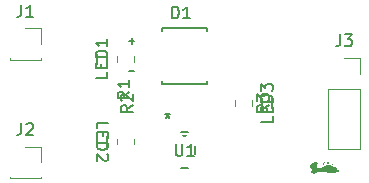
<source format=gbr>
%TF.GenerationSoftware,KiCad,Pcbnew,7.0.5*%
%TF.CreationDate,2024-02-16T16:10:36-06:00*%
%TF.ProjectId,GATE,47415445-2e6b-4696-9361-645f70636258,rev?*%
%TF.SameCoordinates,Original*%
%TF.FileFunction,Legend,Top*%
%TF.FilePolarity,Positive*%
%FSLAX46Y46*%
G04 Gerber Fmt 4.6, Leading zero omitted, Abs format (unit mm)*
G04 Created by KiCad (PCBNEW 7.0.5) date 2024-02-16 16:10:36*
%MOMM*%
%LPD*%
G01*
G04 APERTURE LIST*
%ADD10C,0.150000*%
%ADD11C,0.120000*%
%ADD12C,0.152400*%
%ADD13C,0.127000*%
G04 APERTURE END LIST*
D10*
%TO.C,R3*%
X162104819Y-87666666D02*
X161628628Y-87999999D01*
X162104819Y-88238094D02*
X161104819Y-88238094D01*
X161104819Y-88238094D02*
X161104819Y-87857142D01*
X161104819Y-87857142D02*
X161152438Y-87761904D01*
X161152438Y-87761904D02*
X161200057Y-87714285D01*
X161200057Y-87714285D02*
X161295295Y-87666666D01*
X161295295Y-87666666D02*
X161438152Y-87666666D01*
X161438152Y-87666666D02*
X161533390Y-87714285D01*
X161533390Y-87714285D02*
X161581009Y-87761904D01*
X161581009Y-87761904D02*
X161628628Y-87857142D01*
X161628628Y-87857142D02*
X161628628Y-88238094D01*
X161104819Y-87333332D02*
X161104819Y-86714285D01*
X161104819Y-86714285D02*
X161485771Y-87047618D01*
X161485771Y-87047618D02*
X161485771Y-86904761D01*
X161485771Y-86904761D02*
X161533390Y-86809523D01*
X161533390Y-86809523D02*
X161581009Y-86761904D01*
X161581009Y-86761904D02*
X161676247Y-86714285D01*
X161676247Y-86714285D02*
X161914342Y-86714285D01*
X161914342Y-86714285D02*
X162009580Y-86761904D01*
X162009580Y-86761904D02*
X162057200Y-86809523D01*
X162057200Y-86809523D02*
X162104819Y-86904761D01*
X162104819Y-86904761D02*
X162104819Y-87190475D01*
X162104819Y-87190475D02*
X162057200Y-87285713D01*
X162057200Y-87285713D02*
X162009580Y-87333332D01*
%TO.C,LED1*%
X148454819Y-84869047D02*
X148454819Y-85345237D01*
X148454819Y-85345237D02*
X147454819Y-85345237D01*
X147931009Y-84535713D02*
X147931009Y-84202380D01*
X148454819Y-84059523D02*
X148454819Y-84535713D01*
X148454819Y-84535713D02*
X147454819Y-84535713D01*
X147454819Y-84535713D02*
X147454819Y-84059523D01*
X148454819Y-83630951D02*
X147454819Y-83630951D01*
X147454819Y-83630951D02*
X147454819Y-83392856D01*
X147454819Y-83392856D02*
X147502438Y-83249999D01*
X147502438Y-83249999D02*
X147597676Y-83154761D01*
X147597676Y-83154761D02*
X147692914Y-83107142D01*
X147692914Y-83107142D02*
X147883390Y-83059523D01*
X147883390Y-83059523D02*
X148026247Y-83059523D01*
X148026247Y-83059523D02*
X148216723Y-83107142D01*
X148216723Y-83107142D02*
X148311961Y-83154761D01*
X148311961Y-83154761D02*
X148407200Y-83249999D01*
X148407200Y-83249999D02*
X148454819Y-83392856D01*
X148454819Y-83392856D02*
X148454819Y-83630951D01*
X148454819Y-82107142D02*
X148454819Y-82678570D01*
X148454819Y-82392856D02*
X147454819Y-82392856D01*
X147454819Y-82392856D02*
X147597676Y-82488094D01*
X147597676Y-82488094D02*
X147692914Y-82583332D01*
X147692914Y-82583332D02*
X147740533Y-82678570D01*
%TO.C,R1*%
X150314819Y-86526666D02*
X149838628Y-86859999D01*
X150314819Y-87098094D02*
X149314819Y-87098094D01*
X149314819Y-87098094D02*
X149314819Y-86717142D01*
X149314819Y-86717142D02*
X149362438Y-86621904D01*
X149362438Y-86621904D02*
X149410057Y-86574285D01*
X149410057Y-86574285D02*
X149505295Y-86526666D01*
X149505295Y-86526666D02*
X149648152Y-86526666D01*
X149648152Y-86526666D02*
X149743390Y-86574285D01*
X149743390Y-86574285D02*
X149791009Y-86621904D01*
X149791009Y-86621904D02*
X149838628Y-86717142D01*
X149838628Y-86717142D02*
X149838628Y-87098094D01*
X150314819Y-85574285D02*
X150314819Y-86145713D01*
X150314819Y-85859999D02*
X149314819Y-85859999D01*
X149314819Y-85859999D02*
X149457676Y-85955237D01*
X149457676Y-85955237D02*
X149552914Y-86050475D01*
X149552914Y-86050475D02*
X149600533Y-86145713D01*
%TO.C,R2*%
X150594819Y-87686666D02*
X150118628Y-88019999D01*
X150594819Y-88258094D02*
X149594819Y-88258094D01*
X149594819Y-88258094D02*
X149594819Y-87877142D01*
X149594819Y-87877142D02*
X149642438Y-87781904D01*
X149642438Y-87781904D02*
X149690057Y-87734285D01*
X149690057Y-87734285D02*
X149785295Y-87686666D01*
X149785295Y-87686666D02*
X149928152Y-87686666D01*
X149928152Y-87686666D02*
X150023390Y-87734285D01*
X150023390Y-87734285D02*
X150071009Y-87781904D01*
X150071009Y-87781904D02*
X150118628Y-87877142D01*
X150118628Y-87877142D02*
X150118628Y-88258094D01*
X149690057Y-87305713D02*
X149642438Y-87258094D01*
X149642438Y-87258094D02*
X149594819Y-87162856D01*
X149594819Y-87162856D02*
X149594819Y-86924761D01*
X149594819Y-86924761D02*
X149642438Y-86829523D01*
X149642438Y-86829523D02*
X149690057Y-86781904D01*
X149690057Y-86781904D02*
X149785295Y-86734285D01*
X149785295Y-86734285D02*
X149880533Y-86734285D01*
X149880533Y-86734285D02*
X150023390Y-86781904D01*
X150023390Y-86781904D02*
X150594819Y-87353332D01*
X150594819Y-87353332D02*
X150594819Y-86734285D01*
%TO.C,LED2*%
X147545180Y-89630952D02*
X147545180Y-89154762D01*
X147545180Y-89154762D02*
X148545180Y-89154762D01*
X148068990Y-89964286D02*
X148068990Y-90297619D01*
X147545180Y-90440476D02*
X147545180Y-89964286D01*
X147545180Y-89964286D02*
X148545180Y-89964286D01*
X148545180Y-89964286D02*
X148545180Y-90440476D01*
X147545180Y-90869048D02*
X148545180Y-90869048D01*
X148545180Y-90869048D02*
X148545180Y-91107143D01*
X148545180Y-91107143D02*
X148497561Y-91250000D01*
X148497561Y-91250000D02*
X148402323Y-91345238D01*
X148402323Y-91345238D02*
X148307085Y-91392857D01*
X148307085Y-91392857D02*
X148116609Y-91440476D01*
X148116609Y-91440476D02*
X147973752Y-91440476D01*
X147973752Y-91440476D02*
X147783276Y-91392857D01*
X147783276Y-91392857D02*
X147688038Y-91345238D01*
X147688038Y-91345238D02*
X147592800Y-91250000D01*
X147592800Y-91250000D02*
X147545180Y-91107143D01*
X147545180Y-91107143D02*
X147545180Y-90869048D01*
X148449942Y-91821429D02*
X148497561Y-91869048D01*
X148497561Y-91869048D02*
X148545180Y-91964286D01*
X148545180Y-91964286D02*
X148545180Y-92202381D01*
X148545180Y-92202381D02*
X148497561Y-92297619D01*
X148497561Y-92297619D02*
X148449942Y-92345238D01*
X148449942Y-92345238D02*
X148354704Y-92392857D01*
X148354704Y-92392857D02*
X148259466Y-92392857D01*
X148259466Y-92392857D02*
X148116609Y-92345238D01*
X148116609Y-92345238D02*
X147545180Y-91773810D01*
X147545180Y-91773810D02*
X147545180Y-92392857D01*
%TO.C,U1*%
X154238095Y-90954819D02*
X154238095Y-91764342D01*
X154238095Y-91764342D02*
X154285714Y-91859580D01*
X154285714Y-91859580D02*
X154333333Y-91907200D01*
X154333333Y-91907200D02*
X154428571Y-91954819D01*
X154428571Y-91954819D02*
X154619047Y-91954819D01*
X154619047Y-91954819D02*
X154714285Y-91907200D01*
X154714285Y-91907200D02*
X154761904Y-91859580D01*
X154761904Y-91859580D02*
X154809523Y-91764342D01*
X154809523Y-91764342D02*
X154809523Y-90954819D01*
X155809523Y-91954819D02*
X155238095Y-91954819D01*
X155523809Y-91954819D02*
X155523809Y-90954819D01*
X155523809Y-90954819D02*
X155428571Y-91097676D01*
X155428571Y-91097676D02*
X155333333Y-91192914D01*
X155333333Y-91192914D02*
X155238095Y-91240533D01*
X153552200Y-88303019D02*
X153552200Y-88541114D01*
X153314105Y-88445876D02*
X153552200Y-88541114D01*
X153552200Y-88541114D02*
X153790295Y-88445876D01*
X153409343Y-88731590D02*
X153552200Y-88541114D01*
X153552200Y-88541114D02*
X153695057Y-88731590D01*
X153552200Y-88303019D02*
X153552200Y-88541114D01*
X153314105Y-88445876D02*
X153552200Y-88541114D01*
X153552200Y-88541114D02*
X153790295Y-88445876D01*
X153409343Y-88731590D02*
X153552200Y-88541114D01*
X153552200Y-88541114D02*
X153695057Y-88731590D01*
%TO.C,J1*%
X141166666Y-79184819D02*
X141166666Y-79899104D01*
X141166666Y-79899104D02*
X141119047Y-80041961D01*
X141119047Y-80041961D02*
X141023809Y-80137200D01*
X141023809Y-80137200D02*
X140880952Y-80184819D01*
X140880952Y-80184819D02*
X140785714Y-80184819D01*
X142166666Y-80184819D02*
X141595238Y-80184819D01*
X141880952Y-80184819D02*
X141880952Y-79184819D01*
X141880952Y-79184819D02*
X141785714Y-79327676D01*
X141785714Y-79327676D02*
X141690476Y-79422914D01*
X141690476Y-79422914D02*
X141595238Y-79470533D01*
%TO.C,LED3*%
X162454819Y-88619047D02*
X162454819Y-89095237D01*
X162454819Y-89095237D02*
X161454819Y-89095237D01*
X161931009Y-88285713D02*
X161931009Y-87952380D01*
X162454819Y-87809523D02*
X162454819Y-88285713D01*
X162454819Y-88285713D02*
X161454819Y-88285713D01*
X161454819Y-88285713D02*
X161454819Y-87809523D01*
X162454819Y-87380951D02*
X161454819Y-87380951D01*
X161454819Y-87380951D02*
X161454819Y-87142856D01*
X161454819Y-87142856D02*
X161502438Y-86999999D01*
X161502438Y-86999999D02*
X161597676Y-86904761D01*
X161597676Y-86904761D02*
X161692914Y-86857142D01*
X161692914Y-86857142D02*
X161883390Y-86809523D01*
X161883390Y-86809523D02*
X162026247Y-86809523D01*
X162026247Y-86809523D02*
X162216723Y-86857142D01*
X162216723Y-86857142D02*
X162311961Y-86904761D01*
X162311961Y-86904761D02*
X162407200Y-86999999D01*
X162407200Y-86999999D02*
X162454819Y-87142856D01*
X162454819Y-87142856D02*
X162454819Y-87380951D01*
X161454819Y-86476189D02*
X161454819Y-85857142D01*
X161454819Y-85857142D02*
X161835771Y-86190475D01*
X161835771Y-86190475D02*
X161835771Y-86047618D01*
X161835771Y-86047618D02*
X161883390Y-85952380D01*
X161883390Y-85952380D02*
X161931009Y-85904761D01*
X161931009Y-85904761D02*
X162026247Y-85857142D01*
X162026247Y-85857142D02*
X162264342Y-85857142D01*
X162264342Y-85857142D02*
X162359580Y-85904761D01*
X162359580Y-85904761D02*
X162407200Y-85952380D01*
X162407200Y-85952380D02*
X162454819Y-86047618D01*
X162454819Y-86047618D02*
X162454819Y-86333332D01*
X162454819Y-86333332D02*
X162407200Y-86428570D01*
X162407200Y-86428570D02*
X162359580Y-86476189D01*
%TO.C,J2*%
X141166666Y-89184819D02*
X141166666Y-89899104D01*
X141166666Y-89899104D02*
X141119047Y-90041961D01*
X141119047Y-90041961D02*
X141023809Y-90137200D01*
X141023809Y-90137200D02*
X140880952Y-90184819D01*
X140880952Y-90184819D02*
X140785714Y-90184819D01*
X141595238Y-89280057D02*
X141642857Y-89232438D01*
X141642857Y-89232438D02*
X141738095Y-89184819D01*
X141738095Y-89184819D02*
X141976190Y-89184819D01*
X141976190Y-89184819D02*
X142071428Y-89232438D01*
X142071428Y-89232438D02*
X142119047Y-89280057D01*
X142119047Y-89280057D02*
X142166666Y-89375295D01*
X142166666Y-89375295D02*
X142166666Y-89470533D01*
X142166666Y-89470533D02*
X142119047Y-89613390D01*
X142119047Y-89613390D02*
X141547619Y-90184819D01*
X141547619Y-90184819D02*
X142166666Y-90184819D01*
%TO.C,J3*%
X168166666Y-81684819D02*
X168166666Y-82399104D01*
X168166666Y-82399104D02*
X168119047Y-82541961D01*
X168119047Y-82541961D02*
X168023809Y-82637200D01*
X168023809Y-82637200D02*
X167880952Y-82684819D01*
X167880952Y-82684819D02*
X167785714Y-82684819D01*
X168547619Y-81684819D02*
X169166666Y-81684819D01*
X169166666Y-81684819D02*
X168833333Y-82065771D01*
X168833333Y-82065771D02*
X168976190Y-82065771D01*
X168976190Y-82065771D02*
X169071428Y-82113390D01*
X169071428Y-82113390D02*
X169119047Y-82161009D01*
X169119047Y-82161009D02*
X169166666Y-82256247D01*
X169166666Y-82256247D02*
X169166666Y-82494342D01*
X169166666Y-82494342D02*
X169119047Y-82589580D01*
X169119047Y-82589580D02*
X169071428Y-82637200D01*
X169071428Y-82637200D02*
X168976190Y-82684819D01*
X168976190Y-82684819D02*
X168690476Y-82684819D01*
X168690476Y-82684819D02*
X168595238Y-82637200D01*
X168595238Y-82637200D02*
X168547619Y-82589580D01*
%TO.C,D1*%
X153936905Y-80319819D02*
X153936905Y-79319819D01*
X153936905Y-79319819D02*
X154175000Y-79319819D01*
X154175000Y-79319819D02*
X154317857Y-79367438D01*
X154317857Y-79367438D02*
X154413095Y-79462676D01*
X154413095Y-79462676D02*
X154460714Y-79557914D01*
X154460714Y-79557914D02*
X154508333Y-79748390D01*
X154508333Y-79748390D02*
X154508333Y-79891247D01*
X154508333Y-79891247D02*
X154460714Y-80081723D01*
X154460714Y-80081723D02*
X154413095Y-80176961D01*
X154413095Y-80176961D02*
X154317857Y-80272200D01*
X154317857Y-80272200D02*
X154175000Y-80319819D01*
X154175000Y-80319819D02*
X153936905Y-80319819D01*
X155460714Y-80319819D02*
X154889286Y-80319819D01*
X155175000Y-80319819D02*
X155175000Y-79319819D01*
X155175000Y-79319819D02*
X155079762Y-79462676D01*
X155079762Y-79462676D02*
X154984524Y-79557914D01*
X154984524Y-79557914D02*
X154889286Y-79605533D01*
D11*
%TO.C,R3*%
X160735000Y-87272936D02*
X160735000Y-87727064D01*
X159265000Y-87272936D02*
X159265000Y-87727064D01*
D12*
%TO.C,LED1*%
X148431800Y-84191750D02*
X148431800Y-83308250D01*
X147568200Y-83308250D02*
X147568200Y-84191750D01*
D11*
%TO.C,R1*%
X150735000Y-83522936D02*
X150735000Y-83977064D01*
X149265000Y-83522936D02*
X149265000Y-83977064D01*
%TO.C,R2*%
X150735000Y-90522936D02*
X150735000Y-90977064D01*
X149265000Y-90522936D02*
X149265000Y-90977064D01*
D12*
%TO.C,LED2*%
X147568200Y-90308250D02*
X147568200Y-91191750D01*
X148431800Y-91191750D02*
X148431800Y-90308250D01*
%TO.C,U1*%
X154697484Y-93024000D02*
X155302516Y-93024000D01*
X155302516Y-89976000D02*
X154697484Y-89976000D01*
X155876300Y-91837861D02*
X155876300Y-91162139D01*
X154875128Y-90254047D02*
G75*
G03*
X155124872Y-90254047I124872J278049D01*
G01*
D11*
%TO.C,J1*%
X140170000Y-83710000D02*
X140170000Y-83830000D01*
X140170000Y-83830000D02*
X142830000Y-83830000D01*
X141500000Y-81170000D02*
X142830000Y-81170000D01*
X142830000Y-81170000D02*
X142830000Y-82500000D01*
X142830000Y-83710000D02*
X142830000Y-83830000D01*
D12*
%TO.C,LED3*%
X162431800Y-87941750D02*
X162431800Y-87058250D01*
X161568200Y-87058250D02*
X161568200Y-87941750D01*
D11*
%TO.C,J2*%
X140170000Y-93710000D02*
X140170000Y-93830000D01*
X140170000Y-93830000D02*
X142830000Y-93830000D01*
X141500000Y-91170000D02*
X142830000Y-91170000D01*
X142830000Y-91170000D02*
X142830000Y-92500000D01*
X142830000Y-93710000D02*
X142830000Y-93830000D01*
%TO.C,J3*%
X169830000Y-86270000D02*
X169830000Y-91410000D01*
X169830000Y-83670000D02*
X169830000Y-85000000D01*
X168500000Y-83670000D02*
X169830000Y-83670000D01*
X167170000Y-91410000D02*
X169830000Y-91410000D01*
X167170000Y-86270000D02*
X169830000Y-86270000D01*
X167170000Y-86270000D02*
X167170000Y-91410000D01*
D13*
%TO.C,D1*%
X150250000Y-82250000D02*
X150750000Y-82250000D01*
X150250000Y-84750000D02*
X150750000Y-84750000D01*
X150500000Y-82000000D02*
X150500000Y-82500000D01*
X153075000Y-81137500D02*
X153075000Y-81405000D01*
X153075000Y-85595000D02*
X153075000Y-85862500D01*
X153075000Y-85862500D02*
X156925000Y-85862500D01*
X156925000Y-81137500D02*
X153075000Y-81137500D01*
X156925000Y-81405000D02*
X156925000Y-81137500D01*
X156925000Y-85862500D02*
X156925000Y-85595000D01*
%TO.C,G\u002A\u002A\u002A*%
G36*
X165797382Y-92581209D02*
G01*
X165796132Y-92582459D01*
X165794882Y-92581209D01*
X165796132Y-92579959D01*
X165797382Y-92581209D01*
G37*
G36*
X165802382Y-92578709D02*
G01*
X165801132Y-92579959D01*
X165799882Y-92578709D01*
X165801132Y-92577459D01*
X165802382Y-92578709D01*
G37*
G36*
X165924894Y-93041254D02*
G01*
X165923644Y-93042504D01*
X165922394Y-93041254D01*
X165923644Y-93040004D01*
X165924894Y-93041254D01*
G37*
G36*
X165927395Y-93253775D02*
G01*
X165926144Y-93255025D01*
X165924894Y-93253775D01*
X165926144Y-93252525D01*
X165927395Y-93253775D01*
G37*
G36*
X165937396Y-93076258D02*
G01*
X165936145Y-93077508D01*
X165934895Y-93076258D01*
X165936145Y-93075008D01*
X165937396Y-93076258D01*
G37*
G36*
X165989901Y-92786229D02*
G01*
X165988651Y-92787479D01*
X165987400Y-92786229D01*
X165988651Y-92784979D01*
X165989901Y-92786229D01*
G37*
G36*
X166014903Y-92878738D02*
G01*
X166013653Y-92879988D01*
X166012403Y-92878738D01*
X166013653Y-92877488D01*
X166014903Y-92878738D01*
G37*
G36*
X166042406Y-92751226D02*
G01*
X166041156Y-92752476D01*
X166039906Y-92751226D01*
X166041156Y-92749976D01*
X166042406Y-92751226D01*
G37*
G36*
X166042406Y-93201270D02*
G01*
X166041156Y-93202520D01*
X166039906Y-93201270D01*
X166041156Y-93200020D01*
X166042406Y-93201270D01*
G37*
G36*
X166049907Y-92746225D02*
G01*
X166048657Y-92747475D01*
X166047406Y-92746225D01*
X166048657Y-92744975D01*
X166049907Y-92746225D01*
G37*
G36*
X166059908Y-92596210D02*
G01*
X166058658Y-92597461D01*
X166057407Y-92596210D01*
X166058658Y-92594960D01*
X166059908Y-92596210D01*
G37*
G36*
X166069909Y-92661217D02*
G01*
X166068658Y-92662467D01*
X166067408Y-92661217D01*
X166068658Y-92659967D01*
X166069909Y-92661217D01*
G37*
G36*
X166092411Y-93146265D02*
G01*
X166091161Y-93147515D01*
X166089911Y-93146265D01*
X166091161Y-93145014D01*
X166092411Y-93146265D01*
G37*
G36*
X166137415Y-92543705D02*
G01*
X166136165Y-92544955D01*
X166134915Y-92543705D01*
X166136165Y-92542455D01*
X166137415Y-92543705D01*
G37*
G36*
X166147416Y-92538705D02*
G01*
X166146166Y-92539955D01*
X166144916Y-92538705D01*
X166146166Y-92537455D01*
X166147416Y-92538705D01*
G37*
G36*
X166192421Y-92881238D02*
G01*
X166191171Y-92882489D01*
X166189920Y-92881238D01*
X166191171Y-92879988D01*
X166192421Y-92881238D01*
G37*
G36*
X166192421Y-93056256D02*
G01*
X166191171Y-93057506D01*
X166189920Y-93056256D01*
X166191171Y-93055006D01*
X166192421Y-93056256D01*
G37*
G36*
X166574958Y-93321282D02*
G01*
X166573708Y-93322532D01*
X166572458Y-93321282D01*
X166573708Y-93320032D01*
X166574958Y-93321282D01*
G37*
G36*
X165909048Y-93271902D02*
G01*
X165909379Y-93277021D01*
X165909048Y-93278153D01*
X165908136Y-93278467D01*
X165907787Y-93275027D01*
X165908180Y-93271478D01*
X165909048Y-93271902D01*
G37*
G36*
X166041572Y-92933327D02*
G01*
X166041872Y-92936294D01*
X166041572Y-92936661D01*
X166040086Y-92936317D01*
X166039906Y-92934994D01*
X166040820Y-92932936D01*
X166041572Y-92933327D01*
G37*
G36*
X166084077Y-92673301D02*
G01*
X166084376Y-92676269D01*
X166084077Y-92676635D01*
X166082590Y-92676292D01*
X166082410Y-92674968D01*
X166083325Y-92672910D01*
X166084077Y-92673301D01*
G37*
G36*
X166581626Y-93323365D02*
G01*
X166581282Y-93324852D01*
X166579959Y-93325032D01*
X166577901Y-93324117D01*
X166578292Y-93323365D01*
X166581259Y-93323066D01*
X166581626Y-93323365D01*
G37*
G36*
X165750686Y-93203522D02*
G01*
X165750788Y-93207449D01*
X165748663Y-93209136D01*
X165746017Y-93207344D01*
X165745924Y-93203351D01*
X165746763Y-93202134D01*
X165749465Y-93201576D01*
X165750686Y-93203522D01*
G37*
G36*
X165866009Y-93219068D02*
G01*
X165869528Y-93221085D01*
X165868938Y-93222390D01*
X165867536Y-93222522D01*
X165864146Y-93220706D01*
X165863656Y-93220050D01*
X165864058Y-93218630D01*
X165866009Y-93219068D01*
G37*
G36*
X166016219Y-92982981D02*
G01*
X166015469Y-92984841D01*
X166013136Y-92986088D01*
X166010215Y-92986849D01*
X166011413Y-92985018D01*
X166011736Y-92984688D01*
X166015014Y-92982714D01*
X166016219Y-92982981D01*
G37*
G36*
X165977207Y-92821347D02*
G01*
X165977400Y-92822188D01*
X165975575Y-92825722D01*
X165974899Y-92826233D01*
X165972592Y-92826119D01*
X165972399Y-92825278D01*
X165974224Y-92821743D01*
X165974899Y-92821233D01*
X165977207Y-92821347D01*
G37*
G36*
X166049122Y-93196634D02*
G01*
X166048657Y-93197520D01*
X166046301Y-93199907D01*
X166045861Y-93200020D01*
X166045691Y-93198405D01*
X166046156Y-93197520D01*
X166048512Y-93195132D01*
X166048952Y-93195019D01*
X166049122Y-93196634D01*
G37*
G36*
X166069078Y-93198960D02*
G01*
X166071161Y-93203731D01*
X166070575Y-93204572D01*
X166066871Y-93202036D01*
X166066683Y-93201895D01*
X166064050Y-93198162D01*
X166064360Y-93195835D01*
X166066583Y-93195224D01*
X166069078Y-93198960D01*
G37*
G36*
X165940988Y-93064810D02*
G01*
X165945033Y-93070200D01*
X165948140Y-93075819D01*
X165948601Y-93079654D01*
X165948329Y-93080060D01*
X165946129Y-93079390D01*
X165943171Y-93074971D01*
X165941957Y-93072367D01*
X165939247Y-93065469D01*
X165938902Y-93062966D01*
X165940988Y-93064810D01*
G37*
G36*
X166078309Y-93209629D02*
G01*
X166082310Y-93211487D01*
X166083846Y-93212823D01*
X166084679Y-93214505D01*
X166083288Y-93214467D01*
X166078507Y-93212633D01*
X166078034Y-93212443D01*
X166073730Y-93210320D01*
X166072409Y-93209085D01*
X166074259Y-93208583D01*
X166078309Y-93209629D01*
G37*
G36*
X166131646Y-92546107D02*
G01*
X166129118Y-92548615D01*
X166124953Y-92551568D01*
X166120521Y-92553983D01*
X166117413Y-92554884D01*
X166116748Y-92553774D01*
X166119719Y-92550964D01*
X166121164Y-92549956D01*
X166126816Y-92546648D01*
X166130837Y-92545054D01*
X166131165Y-92545027D01*
X166131646Y-92546107D01*
G37*
G36*
X166007697Y-92991477D02*
G01*
X166005801Y-92995443D01*
X166000918Y-93001199D01*
X165996776Y-93005183D01*
X165988301Y-93011725D01*
X165980995Y-93014612D01*
X165977937Y-93014899D01*
X165970038Y-93016242D01*
X165963560Y-93019040D01*
X165959269Y-93021147D01*
X165957400Y-93020668D01*
X165957398Y-93020596D01*
X165959710Y-93016438D01*
X165966757Y-93012422D01*
X165973134Y-93010097D01*
X165980739Y-93006723D01*
X165989488Y-93001554D01*
X165993783Y-92998520D01*
X166000085Y-92993863D01*
X166004658Y-92990768D01*
X166006174Y-92989999D01*
X166007697Y-92991477D01*
G37*
G36*
X167522530Y-92681479D02*
G01*
X167525029Y-92683691D01*
X167528451Y-92686227D01*
X167530110Y-92686184D01*
X167533896Y-92685915D01*
X167536263Y-92686550D01*
X167539200Y-92689730D01*
X167538825Y-92694922D01*
X167535845Y-92701164D01*
X167530968Y-92707491D01*
X167524902Y-92712942D01*
X167518352Y-92716552D01*
X167513557Y-92717472D01*
X167507117Y-92716466D01*
X167502853Y-92714088D01*
X167501072Y-92708720D01*
X167501281Y-92700928D01*
X167503117Y-92692696D01*
X167506214Y-92686011D01*
X167508461Y-92683613D01*
X167516098Y-92680260D01*
X167522530Y-92681479D01*
G37*
G36*
X167293466Y-92621114D02*
G01*
X167296712Y-92624353D01*
X167297529Y-92629798D01*
X167295843Y-92636449D01*
X167291588Y-92643742D01*
X167285966Y-92650180D01*
X167280182Y-92654265D01*
X167277304Y-92654966D01*
X167272992Y-92652906D01*
X167267802Y-92647492D01*
X167265836Y-92644749D01*
X167261680Y-92637001D01*
X167261391Y-92631361D01*
X167261528Y-92631214D01*
X167287528Y-92631214D01*
X167288779Y-92632464D01*
X167290029Y-92631214D01*
X167288779Y-92629964D01*
X167287528Y-92631214D01*
X167261528Y-92631214D01*
X167265315Y-92627149D01*
X167273796Y-92623687D01*
X167277014Y-92622765D01*
X167287121Y-92620660D01*
X167293466Y-92621114D01*
G37*
G36*
X166977643Y-92642188D02*
G01*
X166980932Y-92647739D01*
X166982051Y-92657656D01*
X166978517Y-92666451D01*
X166971805Y-92672536D01*
X166962307Y-92676729D01*
X166954571Y-92676855D01*
X166950495Y-92674468D01*
X166947753Y-92668775D01*
X166949046Y-92663300D01*
X166958329Y-92663300D01*
X166958673Y-92664787D01*
X166959996Y-92664967D01*
X166962054Y-92664052D01*
X166961663Y-92663300D01*
X166958696Y-92663001D01*
X166958329Y-92663300D01*
X166949046Y-92663300D01*
X166949474Y-92661487D01*
X166954819Y-92653716D01*
X166967497Y-92653716D01*
X166968747Y-92654966D01*
X166969997Y-92653716D01*
X166968747Y-92652466D01*
X166967497Y-92653716D01*
X166954819Y-92653716D01*
X166955712Y-92652417D01*
X166957481Y-92650401D01*
X166962104Y-92646215D01*
X166969997Y-92646215D01*
X166971247Y-92647465D01*
X166972497Y-92646215D01*
X166971247Y-92644965D01*
X166969997Y-92646215D01*
X166962104Y-92646215D01*
X166965587Y-92643061D01*
X166972366Y-92640317D01*
X166977643Y-92642188D01*
G37*
G36*
X167415351Y-92449715D02*
G01*
X167428662Y-92449963D01*
X167440262Y-92450456D01*
X167449033Y-92451197D01*
X167452918Y-92451872D01*
X167460520Y-92454998D01*
X167468900Y-92459996D01*
X167471862Y-92462198D01*
X167477822Y-92467842D01*
X167482257Y-92474537D01*
X167486176Y-92483942D01*
X167487554Y-92488001D01*
X167490496Y-92497556D01*
X167491970Y-92504862D01*
X167492143Y-92512035D01*
X167491182Y-92521188D01*
X167490536Y-92525749D01*
X167488839Y-92536072D01*
X167486871Y-92543183D01*
X167483845Y-92548843D01*
X167478972Y-92554812D01*
X167476165Y-92557856D01*
X167470490Y-92564491D01*
X167466720Y-92570009D01*
X167465676Y-92573168D01*
X167468480Y-92576412D01*
X167473116Y-92579355D01*
X167478712Y-92583173D01*
X167485206Y-92589080D01*
X167487609Y-92591661D01*
X167491933Y-92596894D01*
X167494177Y-92601234D01*
X167494796Y-92606488D01*
X167494249Y-92614468D01*
X167493997Y-92616965D01*
X167492589Y-92626565D01*
X167490618Y-92635043D01*
X167488919Y-92639662D01*
X167480216Y-92651100D01*
X167466694Y-92661365D01*
X167448406Y-92670419D01*
X167446614Y-92671139D01*
X167436969Y-92673517D01*
X167423904Y-92674777D01*
X167408865Y-92674950D01*
X167393297Y-92674067D01*
X167378646Y-92672160D01*
X167366911Y-92669431D01*
X167350035Y-92664222D01*
X167350035Y-92653506D01*
X167350607Y-92645089D01*
X167351575Y-92640061D01*
X167384420Y-92640061D01*
X167385309Y-92642389D01*
X167387248Y-92643306D01*
X167395786Y-92644458D01*
X167407164Y-92644531D01*
X167419357Y-92643614D01*
X167430344Y-92641796D01*
X167432228Y-92641330D01*
X167444266Y-92637141D01*
X167452028Y-92631730D01*
X167456219Y-92624321D01*
X167457542Y-92614138D01*
X167457545Y-92613447D01*
X167457201Y-92605310D01*
X167455707Y-92600349D01*
X167452372Y-92596760D01*
X167450670Y-92595513D01*
X167443199Y-92591226D01*
X167435295Y-92587842D01*
X167427576Y-92586117D01*
X167418029Y-92585204D01*
X167408215Y-92585096D01*
X167399694Y-92585791D01*
X167394027Y-92587283D01*
X167393039Y-92587960D01*
X167391096Y-92592247D01*
X167390020Y-92599144D01*
X167389951Y-92601086D01*
X167389352Y-92609215D01*
X167387900Y-92619510D01*
X167386535Y-92626720D01*
X167384846Y-92635229D01*
X167384420Y-92640061D01*
X167351575Y-92640061D01*
X167352027Y-92637717D01*
X167352449Y-92636440D01*
X167354896Y-92626890D01*
X167356794Y-92612821D01*
X167358120Y-92594687D01*
X167358195Y-92592460D01*
X167370037Y-92592460D01*
X167370951Y-92594518D01*
X167371703Y-92594127D01*
X167372003Y-92591160D01*
X167371703Y-92590793D01*
X167370217Y-92591136D01*
X167370037Y-92592460D01*
X167358195Y-92592460D01*
X167358853Y-92572942D01*
X167358972Y-92548040D01*
X167358665Y-92531716D01*
X167385056Y-92531716D01*
X167385349Y-92538409D01*
X167386986Y-92541702D01*
X167391057Y-92543185D01*
X167393164Y-92543557D01*
X167408272Y-92545599D01*
X167422808Y-92546792D01*
X167435709Y-92547114D01*
X167445912Y-92546539D01*
X167452355Y-92545045D01*
X167452683Y-92544881D01*
X167457337Y-92540789D01*
X167460951Y-92535505D01*
X167462698Y-92531066D01*
X167462995Y-92526291D01*
X167461778Y-92519539D01*
X167460065Y-92513023D01*
X167456207Y-92501372D01*
X167451673Y-92493490D01*
X167445441Y-92488158D01*
X167436489Y-92484157D01*
X167435595Y-92483848D01*
X167420768Y-92480398D01*
X167407371Y-92480984D01*
X167397939Y-92483831D01*
X167392772Y-92486094D01*
X167389743Y-92488604D01*
X167388103Y-92492731D01*
X167387103Y-92499843D01*
X167386655Y-92504458D01*
X167385806Y-92515070D01*
X167385224Y-92525411D01*
X167385056Y-92531716D01*
X167358665Y-92531716D01*
X167358453Y-92520435D01*
X167358293Y-92515276D01*
X167357953Y-92504951D01*
X167365717Y-92504951D01*
X167365912Y-92510359D01*
X167366411Y-92511844D01*
X167366801Y-92510577D01*
X167367214Y-92503291D01*
X167366801Y-92499326D01*
X167366182Y-92498141D01*
X167365790Y-92501282D01*
X167365717Y-92504951D01*
X167357953Y-92504951D01*
X167356504Y-92460989D01*
X167365233Y-92460989D01*
X167365693Y-92464232D01*
X167366547Y-92464270D01*
X167367143Y-92460924D01*
X167366744Y-92459478D01*
X167365634Y-92458531D01*
X167365233Y-92460989D01*
X167356504Y-92460989D01*
X167356285Y-92454343D01*
X167362248Y-92452078D01*
X167367349Y-92451134D01*
X167376328Y-92450423D01*
X167388066Y-92449948D01*
X167401447Y-92449711D01*
X167415351Y-92449715D01*
G37*
G36*
X167116268Y-92450356D02*
G01*
X167129341Y-92451275D01*
X167139560Y-92452711D01*
X167142883Y-92453527D01*
X167157965Y-92459007D01*
X167168825Y-92465351D01*
X167176241Y-92473306D01*
X167180991Y-92483619D01*
X167183046Y-92492101D01*
X167184465Y-92500803D01*
X167184550Y-92507037D01*
X167182994Y-92513011D01*
X167179492Y-92520935D01*
X167178878Y-92522221D01*
X167171846Y-92536936D01*
X167183494Y-92549071D01*
X167192329Y-92560043D01*
X167197817Y-92571601D01*
X167200240Y-92584852D01*
X167199881Y-92600901D01*
X167198886Y-92609343D01*
X167197134Y-92617941D01*
X167193982Y-92624094D01*
X167188133Y-92630144D01*
X167186658Y-92631434D01*
X167178726Y-92637920D01*
X167171358Y-92642882D01*
X167163521Y-92646706D01*
X167154183Y-92649777D01*
X167142311Y-92652481D01*
X167126874Y-92655204D01*
X167120230Y-92656266D01*
X167105110Y-92658403D01*
X167093516Y-92659401D01*
X167084120Y-92659317D01*
X167075592Y-92658208D01*
X167075395Y-92658171D01*
X167071135Y-92656317D01*
X167070808Y-92652250D01*
X167070960Y-92651636D01*
X167071298Y-92647299D01*
X167071268Y-92639011D01*
X167070896Y-92627806D01*
X167070212Y-92614718D01*
X167069824Y-92608712D01*
X167066945Y-92580566D01*
X167101914Y-92580566D01*
X167103462Y-92591862D01*
X167104357Y-92601099D01*
X167104916Y-92612090D01*
X167105010Y-92617811D01*
X167105010Y-92632464D01*
X167115637Y-92632463D01*
X167124313Y-92631519D01*
X167134457Y-92629118D01*
X167139416Y-92627462D01*
X167147882Y-92624642D01*
X167155331Y-92622829D01*
X167158525Y-92622463D01*
X167162452Y-92621867D01*
X167165056Y-92619537D01*
X167166596Y-92614656D01*
X167167330Y-92606409D01*
X167167517Y-92594062D01*
X167167153Y-92581185D01*
X167166337Y-92576208D01*
X167175017Y-92576208D01*
X167176268Y-92577459D01*
X167177518Y-92576208D01*
X167176268Y-92574958D01*
X167175017Y-92576208D01*
X167166337Y-92576208D01*
X167165729Y-92572501D01*
X167162745Y-92567236D01*
X167157699Y-92564613D01*
X167150091Y-92563858D01*
X167148029Y-92563865D01*
X167136735Y-92565340D01*
X167124173Y-92569746D01*
X167118690Y-92572307D01*
X167101914Y-92580566D01*
X167066945Y-92580566D01*
X167066681Y-92577988D01*
X167061576Y-92546770D01*
X167060320Y-92541205D01*
X167090009Y-92541205D01*
X167091259Y-92542455D01*
X167092509Y-92541205D01*
X167091259Y-92539955D01*
X167090009Y-92541205D01*
X167060320Y-92541205D01*
X167059192Y-92536205D01*
X167160016Y-92536205D01*
X167161266Y-92537455D01*
X167162516Y-92536205D01*
X167161266Y-92534954D01*
X167160016Y-92536205D01*
X167059192Y-92536205D01*
X167054882Y-92517104D01*
X167049947Y-92499908D01*
X167047188Y-92488909D01*
X167047153Y-92488700D01*
X167057506Y-92488700D01*
X167058756Y-92489950D01*
X167060006Y-92488700D01*
X167058756Y-92487450D01*
X167057506Y-92488700D01*
X167047153Y-92488700D01*
X167045170Y-92476766D01*
X167044953Y-92474510D01*
X167076780Y-92474510D01*
X167076816Y-92475034D01*
X167078414Y-92482637D01*
X167081007Y-92492005D01*
X167084189Y-92501978D01*
X167087551Y-92511395D01*
X167090687Y-92519093D01*
X167093190Y-92523913D01*
X167094316Y-92524953D01*
X167098341Y-92524165D01*
X167105354Y-92522124D01*
X167111862Y-92519953D01*
X167120510Y-92517229D01*
X167127995Y-92515412D01*
X167131610Y-92514952D01*
X167138024Y-92512972D01*
X167145316Y-92507893D01*
X167151972Y-92501006D01*
X167156369Y-92493859D01*
X167157186Y-92489950D01*
X167170017Y-92489950D01*
X167170932Y-92492008D01*
X167171684Y-92491617D01*
X167171983Y-92488650D01*
X167171684Y-92488283D01*
X167170197Y-92488626D01*
X167170017Y-92489950D01*
X167157186Y-92489950D01*
X167158086Y-92485642D01*
X167156064Y-92481199D01*
X167167517Y-92481199D01*
X167168767Y-92482449D01*
X167170017Y-92481199D01*
X167168767Y-92479949D01*
X167167517Y-92481199D01*
X167156064Y-92481199D01*
X167155410Y-92479761D01*
X167148728Y-92476413D01*
X167144463Y-92474564D01*
X167143621Y-92472679D01*
X167142585Y-92470679D01*
X167137172Y-92469123D01*
X167127993Y-92468104D01*
X167115660Y-92467711D01*
X167110324Y-92467744D01*
X167095245Y-92468338D01*
X167084829Y-92469620D01*
X167078774Y-92471655D01*
X167076780Y-92474510D01*
X167044953Y-92474510D01*
X167044670Y-92471569D01*
X167043754Y-92457024D01*
X167053755Y-92453522D01*
X167061529Y-92451854D01*
X167072972Y-92450704D01*
X167086779Y-92450070D01*
X167101646Y-92449955D01*
X167116268Y-92450356D01*
G37*
G36*
X166807630Y-92495030D02*
G01*
X166817588Y-92498130D01*
X166829641Y-92498641D01*
X166841564Y-92496499D01*
X166842881Y-92496061D01*
X166850808Y-92493929D01*
X166855348Y-92494467D01*
X166856042Y-92495006D01*
X166857118Y-92498074D01*
X166855405Y-92499692D01*
X166853544Y-92501927D01*
X166854044Y-92505927D01*
X166855748Y-92510420D01*
X166857855Y-92516438D01*
X166860703Y-92525890D01*
X166863876Y-92537344D01*
X166866223Y-92546412D01*
X166869309Y-92558001D01*
X166872363Y-92568237D01*
X166874992Y-92575863D01*
X166876527Y-92579246D01*
X166879034Y-92585773D01*
X166880027Y-92592997D01*
X166880988Y-92601272D01*
X166883990Y-92605434D01*
X166887426Y-92606211D01*
X166889181Y-92607127D01*
X166890335Y-92610412D01*
X166891018Y-92616873D01*
X166891361Y-92627320D01*
X166891410Y-92630698D01*
X166891854Y-92642917D01*
X166892795Y-92652092D01*
X166894133Y-92657374D01*
X166894599Y-92658075D01*
X166896930Y-92662765D01*
X166897490Y-92666717D01*
X166898889Y-92671368D01*
X166901240Y-92672468D01*
X166904587Y-92673865D01*
X166903796Y-92678047D01*
X166898869Y-92684997D01*
X166897490Y-92686601D01*
X166892936Y-92692515D01*
X166890274Y-92697378D01*
X166889989Y-92698660D01*
X166888228Y-92703073D01*
X166883711Y-92703862D01*
X166880715Y-92702707D01*
X166874813Y-92700321D01*
X166869362Y-92698824D01*
X166864927Y-92696701D01*
X166862518Y-92693533D01*
X166862809Y-92690814D01*
X166865374Y-92689970D01*
X166866400Y-92688558D01*
X166864394Y-92685594D01*
X166862544Y-92681885D01*
X166860572Y-92674639D01*
X166858423Y-92663555D01*
X166856044Y-92648329D01*
X166853382Y-92628657D01*
X166851505Y-92613504D01*
X166885186Y-92613504D01*
X166885646Y-92616747D01*
X166886499Y-92616785D01*
X166887096Y-92613439D01*
X166886697Y-92611993D01*
X166885587Y-92611046D01*
X166885186Y-92613504D01*
X166851505Y-92613504D01*
X166851066Y-92609962D01*
X166849974Y-92602051D01*
X166848917Y-92596284D01*
X166848358Y-92594426D01*
X166846005Y-92595072D01*
X166840218Y-92598033D01*
X166831748Y-92602888D01*
X166821346Y-92609214D01*
X166815515Y-92612886D01*
X166803691Y-92620307D01*
X166792728Y-92626985D01*
X166783609Y-92632339D01*
X166777313Y-92635784D01*
X166775815Y-92636493D01*
X166767901Y-92639855D01*
X166771458Y-92653036D01*
X166774203Y-92665758D01*
X166776011Y-92679526D01*
X166776937Y-92693651D01*
X166777035Y-92707447D01*
X166776359Y-92720225D01*
X166774961Y-92731298D01*
X166772897Y-92739977D01*
X166770221Y-92745575D01*
X166766985Y-92747404D01*
X166764189Y-92745854D01*
X166763478Y-92742444D01*
X166764043Y-92738353D01*
X166764831Y-92734048D01*
X166763598Y-92732815D01*
X166759413Y-92734409D01*
X166755887Y-92736209D01*
X166748450Y-92738945D01*
X166741850Y-92739959D01*
X166737325Y-92739458D01*
X166735369Y-92736953D01*
X166734899Y-92730988D01*
X166734895Y-92730599D01*
X166734778Y-92729030D01*
X166747475Y-92729030D01*
X166748692Y-92729778D01*
X166752015Y-92726566D01*
X166752795Y-92725598D01*
X166754957Y-92722637D01*
X166753662Y-92723257D01*
X166751851Y-92724654D01*
X166748388Y-92727738D01*
X166747475Y-92729030D01*
X166734778Y-92729030D01*
X166734288Y-92722426D01*
X166734080Y-92720868D01*
X166764194Y-92720868D01*
X166765324Y-92722473D01*
X166766943Y-92720331D01*
X166767477Y-92716222D01*
X166767148Y-92711518D01*
X166766519Y-92709972D01*
X166765394Y-92712095D01*
X166764365Y-92716222D01*
X166764194Y-92720868D01*
X166734080Y-92720868D01*
X166732750Y-92710917D01*
X166732183Y-92707471D01*
X166742475Y-92707471D01*
X166744377Y-92709899D01*
X166744975Y-92709972D01*
X166747403Y-92708069D01*
X166747475Y-92707471D01*
X166745573Y-92705044D01*
X166744975Y-92704971D01*
X166742547Y-92706874D01*
X166742475Y-92707471D01*
X166732183Y-92707471D01*
X166730557Y-92697588D01*
X166727987Y-92683957D01*
X166725316Y-92671539D01*
X166723891Y-92666009D01*
X166762674Y-92666009D01*
X166763134Y-92669252D01*
X166763987Y-92669291D01*
X166764584Y-92665944D01*
X166764185Y-92664498D01*
X166763075Y-92663551D01*
X166762674Y-92666009D01*
X166723891Y-92666009D01*
X166722820Y-92661852D01*
X166721789Y-92658684D01*
X166718960Y-92649392D01*
X166716671Y-92639267D01*
X166716359Y-92637431D01*
X166714781Y-92630847D01*
X166711734Y-92620843D01*
X166707648Y-92608627D01*
X166702958Y-92595404D01*
X166698094Y-92582379D01*
X166695649Y-92576208D01*
X166709972Y-92576208D01*
X166711222Y-92577459D01*
X166712472Y-92576208D01*
X166711222Y-92574958D01*
X166709972Y-92576208D01*
X166695649Y-92576208D01*
X166693490Y-92570759D01*
X166693142Y-92569958D01*
X166707471Y-92569958D01*
X166708386Y-92572016D01*
X166709138Y-92571625D01*
X166709437Y-92568657D01*
X166709138Y-92568291D01*
X166707652Y-92568634D01*
X166707471Y-92569958D01*
X166693142Y-92569958D01*
X166689576Y-92561750D01*
X166688312Y-92559169D01*
X166685748Y-92548930D01*
X166685952Y-92546205D01*
X166697470Y-92546205D01*
X166698720Y-92547456D01*
X166699971Y-92546205D01*
X166698720Y-92544955D01*
X166697470Y-92546205D01*
X166685952Y-92546205D01*
X166686242Y-92542318D01*
X166686814Y-92539955D01*
X166694970Y-92539955D01*
X166695823Y-92542390D01*
X166696073Y-92542455D01*
X166698207Y-92540703D01*
X166698720Y-92539955D01*
X166698522Y-92537651D01*
X166697618Y-92537455D01*
X166695072Y-92539270D01*
X166694970Y-92539955D01*
X166686814Y-92539955D01*
X166687610Y-92536671D01*
X166689587Y-92533704D01*
X166709972Y-92533704D01*
X166711222Y-92534954D01*
X166712472Y-92533704D01*
X166711222Y-92532454D01*
X166709972Y-92533704D01*
X166689587Y-92533704D01*
X166690185Y-92532807D01*
X166695207Y-92529444D01*
X166701728Y-92526293D01*
X166709988Y-92522543D01*
X166714695Y-92520645D01*
X166716848Y-92520378D01*
X166717445Y-92521527D01*
X166717472Y-92522859D01*
X166718732Y-92526471D01*
X166721966Y-92532617D01*
X166724757Y-92537236D01*
X166728438Y-92544125D01*
X166733062Y-92554383D01*
X166738034Y-92566619D01*
X166742724Y-92579330D01*
X166747112Y-92591797D01*
X166750268Y-92600195D01*
X166752583Y-92605188D01*
X166754447Y-92607437D01*
X166756249Y-92607604D01*
X166758379Y-92606353D01*
X166758566Y-92606218D01*
X166758577Y-92606211D01*
X166772478Y-92606211D01*
X166773728Y-92607462D01*
X166774978Y-92606211D01*
X166773728Y-92604961D01*
X166772478Y-92606211D01*
X166758577Y-92606211D01*
X166760907Y-92604782D01*
X166778656Y-92604782D01*
X166778728Y-92604784D01*
X166782569Y-92603636D01*
X166787479Y-92601211D01*
X166791121Y-92598723D01*
X166791302Y-92597639D01*
X166791230Y-92597638D01*
X166787389Y-92598786D01*
X166782479Y-92601211D01*
X166778837Y-92603699D01*
X166778656Y-92604782D01*
X166760907Y-92604782D01*
X166763536Y-92603169D01*
X166771494Y-92598896D01*
X166781511Y-92593837D01*
X166792656Y-92588428D01*
X166792944Y-92588293D01*
X166843318Y-92588293D01*
X166843661Y-92589779D01*
X166844985Y-92589960D01*
X166847043Y-92589045D01*
X166846652Y-92588293D01*
X166843685Y-92587994D01*
X166843318Y-92588293D01*
X166792944Y-92588293D01*
X166804000Y-92583104D01*
X166814614Y-92578303D01*
X166823568Y-92574459D01*
X166829932Y-92572009D01*
X166832778Y-92571390D01*
X166832783Y-92571393D01*
X166836711Y-92571608D01*
X166837331Y-92571303D01*
X166837104Y-92568723D01*
X166834548Y-92563006D01*
X166830145Y-92555151D01*
X166827271Y-92550528D01*
X166817362Y-92534417D01*
X166809692Y-92520537D01*
X166805312Y-92511202D01*
X166834984Y-92511202D01*
X166836234Y-92512452D01*
X166837484Y-92511202D01*
X166836234Y-92509952D01*
X166834984Y-92511202D01*
X166805312Y-92511202D01*
X166804376Y-92509208D01*
X166801525Y-92500747D01*
X166801253Y-92495472D01*
X166803671Y-92493702D01*
X166807630Y-92495030D01*
G37*
G36*
X166326135Y-93097430D02*
G01*
X166326054Y-93101130D01*
X166324025Y-93105565D01*
X166321622Y-93111312D01*
X166319484Y-93119684D01*
X166318633Y-93124779D01*
X166316917Y-93134733D01*
X166314320Y-93146465D01*
X166312144Y-93154774D01*
X166309695Y-93164452D01*
X166307991Y-93173313D01*
X166307432Y-93178846D01*
X166306430Y-93186083D01*
X166303784Y-93196137D01*
X166300036Y-93207330D01*
X166295730Y-93217981D01*
X166292968Y-93223667D01*
X166290379Y-93229791D01*
X166289555Y-93234417D01*
X166289591Y-93234655D01*
X166289168Y-93239051D01*
X166287266Y-93245628D01*
X166286694Y-93247156D01*
X166284618Y-93253672D01*
X166283971Y-93258345D01*
X166284085Y-93258958D01*
X166283542Y-93262701D01*
X166280981Y-93269746D01*
X166276903Y-93279071D01*
X166271808Y-93289656D01*
X166266196Y-93300481D01*
X166260566Y-93310526D01*
X166255418Y-93318771D01*
X166253370Y-93321651D01*
X166247505Y-93328370D01*
X166238855Y-93336978D01*
X166228618Y-93346334D01*
X166218660Y-93354755D01*
X166207448Y-93363949D01*
X166196046Y-93373494D01*
X166185881Y-93382185D01*
X166179127Y-93388139D01*
X166170726Y-93395264D01*
X166162340Y-93401606D01*
X166155702Y-93405860D01*
X166155374Y-93406032D01*
X166147181Y-93410692D01*
X166139394Y-93415777D01*
X166138665Y-93416306D01*
X166130612Y-93421217D01*
X166118850Y-93427066D01*
X166104472Y-93433432D01*
X166088569Y-93439898D01*
X166072235Y-93446043D01*
X166056561Y-93451450D01*
X166042639Y-93455699D01*
X166031562Y-93458371D01*
X166027404Y-93458987D01*
X166018730Y-93459957D01*
X166007826Y-93461363D01*
X165999423Y-93462554D01*
X165991083Y-93463382D01*
X165979270Y-93464017D01*
X165965247Y-93464446D01*
X165950274Y-93464660D01*
X165935613Y-93464646D01*
X165922525Y-93464394D01*
X165912271Y-93463892D01*
X165907393Y-93463377D01*
X165873702Y-93456823D01*
X165844577Y-93448523D01*
X165819878Y-93438435D01*
X165807383Y-93431659D01*
X165797542Y-93425966D01*
X165786029Y-93419648D01*
X165777380Y-93415123D01*
X165769216Y-93410899D01*
X165762413Y-93407041D01*
X165756300Y-93402966D01*
X165750208Y-93398092D01*
X165743464Y-93391837D01*
X165735398Y-93383619D01*
X165725340Y-93372856D01*
X165712618Y-93358966D01*
X165712409Y-93358738D01*
X165697968Y-93342613D01*
X165686845Y-93329495D01*
X165678713Y-93318971D01*
X165673246Y-93310626D01*
X165670981Y-93306207D01*
X165667719Y-93298446D01*
X165665502Y-93292432D01*
X165664869Y-93289904D01*
X165663599Y-93286441D01*
X165660404Y-93280660D01*
X165658793Y-93278099D01*
X165654917Y-93270264D01*
X165651517Y-93260202D01*
X165650032Y-93253775D01*
X165648072Y-93245371D01*
X165645737Y-93238916D01*
X165643975Y-93236268D01*
X165641516Y-93232962D01*
X165637779Y-93226232D01*
X165633406Y-93217270D01*
X165631358Y-93212731D01*
X165627032Y-93202589D01*
X165624652Y-93195947D01*
X165623992Y-93191806D01*
X165624821Y-93189162D01*
X165625731Y-93188081D01*
X165628763Y-93185873D01*
X165630505Y-93187993D01*
X165630900Y-93189115D01*
X165633756Y-93193302D01*
X165639227Y-93198601D01*
X165642379Y-93201102D01*
X165649948Y-93207743D01*
X165656809Y-93215436D01*
X165658461Y-93217733D01*
X165662524Y-93222930D01*
X165669329Y-93230629D01*
X165678001Y-93239882D01*
X165687668Y-93249736D01*
X165689927Y-93251974D01*
X165700234Y-93262005D01*
X165707866Y-93269008D01*
X165713613Y-93273561D01*
X165718267Y-93276240D01*
X165722620Y-93277619D01*
X165725846Y-93278114D01*
X165736323Y-93281048D01*
X165747919Y-93287224D01*
X165749478Y-93288269D01*
X165762503Y-93297229D01*
X165773067Y-93292611D01*
X165783127Y-93286047D01*
X165792829Y-93275892D01*
X165801078Y-93263504D01*
X165806450Y-93251275D01*
X165809486Y-93242707D01*
X165812551Y-93235152D01*
X165813796Y-93232523D01*
X165816869Y-93225146D01*
X165818443Y-93219693D01*
X165821545Y-93213682D01*
X165826976Y-93211642D01*
X165833972Y-93213614D01*
X165840601Y-93218498D01*
X165851124Y-93227949D01*
X165861690Y-93236645D01*
X165871644Y-93244138D01*
X165880335Y-93249983D01*
X165887109Y-93253735D01*
X165891315Y-93254949D01*
X165892391Y-93253852D01*
X165891212Y-93250558D01*
X165888341Y-93244844D01*
X165884778Y-93238503D01*
X165881526Y-93233329D01*
X165879740Y-93231180D01*
X165878604Y-93228070D01*
X165879011Y-93226207D01*
X165881366Y-93223730D01*
X165882652Y-93223934D01*
X165884772Y-93223755D01*
X165884890Y-93223128D01*
X165882676Y-93221415D01*
X165876808Y-93218844D01*
X165868445Y-93215907D01*
X165866306Y-93215236D01*
X165854522Y-93211134D01*
X165850022Y-93208771D01*
X166004902Y-93208771D01*
X166006152Y-93210021D01*
X166007402Y-93208771D01*
X166006152Y-93207521D01*
X166004902Y-93208771D01*
X165850022Y-93208771D01*
X165846680Y-93207016D01*
X165841768Y-93202195D01*
X165839011Y-93196677D01*
X165837627Y-93194031D01*
X165835429Y-93194170D01*
X165831123Y-93197353D01*
X165829688Y-93198552D01*
X165823577Y-93202734D01*
X165818150Y-93204926D01*
X165817223Y-93205020D01*
X165812780Y-93207184D01*
X165807793Y-93212750D01*
X165803150Y-93220328D01*
X165799740Y-93228531D01*
X165798527Y-93234249D01*
X165797315Y-93239191D01*
X165794643Y-93246675D01*
X165791048Y-93255496D01*
X165787065Y-93264447D01*
X165783232Y-93272323D01*
X165780085Y-93277919D01*
X165778168Y-93280028D01*
X165775333Y-93278988D01*
X165772181Y-93277422D01*
X165769648Y-93275698D01*
X165769272Y-93273505D01*
X165771374Y-93269685D01*
X165776096Y-93263311D01*
X165780880Y-93256549D01*
X165784071Y-93251090D01*
X165784881Y-93248752D01*
X165786322Y-93244829D01*
X165789826Y-93239418D01*
X165790166Y-93238979D01*
X165793595Y-93233534D01*
X165793671Y-93230656D01*
X165790496Y-93230926D01*
X165788900Y-93231722D01*
X165783812Y-93235779D01*
X165777679Y-93242337D01*
X165771501Y-93250090D01*
X165766274Y-93257731D01*
X165762995Y-93263951D01*
X165762378Y-93266481D01*
X165761601Y-93270077D01*
X165758802Y-93272061D01*
X165753283Y-93272488D01*
X165744344Y-93271416D01*
X165731597Y-93268964D01*
X165718868Y-93265742D01*
X165709626Y-93261778D01*
X165702359Y-93256228D01*
X165696288Y-93249215D01*
X165691660Y-93242795D01*
X165690221Y-93239507D01*
X165691880Y-93238710D01*
X165694872Y-93239299D01*
X165698922Y-93241163D01*
X165699872Y-93242544D01*
X165701991Y-93244659D01*
X165707130Y-93247297D01*
X165713465Y-93249747D01*
X165719169Y-93251299D01*
X165722348Y-93251291D01*
X165723752Y-93247840D01*
X165723609Y-93241377D01*
X165722127Y-93233572D01*
X165719516Y-93226096D01*
X165719091Y-93225206D01*
X165716857Y-93219289D01*
X165717934Y-93216493D01*
X165722688Y-93216590D01*
X165729609Y-93218678D01*
X165736452Y-93220560D01*
X165739700Y-93220222D01*
X165739876Y-93219712D01*
X165742018Y-93218267D01*
X165747479Y-93218794D01*
X165753272Y-93219422D01*
X165757431Y-93218044D01*
X165760071Y-93214152D01*
X165761306Y-93207237D01*
X165761250Y-93196791D01*
X165760018Y-93182302D01*
X165758534Y-93169625D01*
X165758189Y-93164067D01*
X165759566Y-93160350D01*
X165763663Y-93156923D01*
X165768681Y-93153867D01*
X165777490Y-93149727D01*
X165788227Y-93146826D01*
X165802019Y-93144790D01*
X165813297Y-93143708D01*
X165822035Y-93143610D01*
X165829559Y-93144871D01*
X165837197Y-93147864D01*
X165846274Y-93152963D01*
X165858118Y-93160540D01*
X165858236Y-93160618D01*
X165868083Y-93166813D01*
X165874785Y-93170336D01*
X165879177Y-93171544D01*
X165881989Y-93170861D01*
X165887485Y-93169570D01*
X165897206Y-93170035D01*
X165902662Y-93170759D01*
X165914698Y-93171971D01*
X165924002Y-93171717D01*
X165929908Y-93170097D01*
X165931753Y-93167211D01*
X165931557Y-93166438D01*
X165932908Y-93163766D01*
X165937752Y-93160609D01*
X165944691Y-93157519D01*
X165952326Y-93155047D01*
X165959258Y-93153745D01*
X165963332Y-93153909D01*
X165970748Y-93154336D01*
X165981866Y-93153103D01*
X165995741Y-93150389D01*
X166011427Y-93146375D01*
X166025577Y-93142044D01*
X166050001Y-93133992D01*
X166066893Y-93150754D01*
X166074859Y-93158542D01*
X166080501Y-93163445D01*
X166085014Y-93166130D01*
X166089593Y-93167264D01*
X166095433Y-93167514D01*
X166096920Y-93167517D01*
X166105076Y-93166609D01*
X166114290Y-93164220D01*
X166123413Y-93160850D01*
X166131294Y-93156997D01*
X166136782Y-93153163D01*
X166138729Y-93149846D01*
X166138633Y-93149393D01*
X166140147Y-93146744D01*
X166145308Y-93142073D01*
X166153469Y-93135920D01*
X166161147Y-93130670D01*
X166171006Y-93123842D01*
X166178477Y-93118020D01*
X166182875Y-93113770D01*
X166183737Y-93111918D01*
X166184814Y-93108428D01*
X166188826Y-93103958D01*
X166189699Y-93103239D01*
X166196712Y-93097717D01*
X166194675Y-93108239D01*
X166193055Y-93120282D01*
X166192678Y-93132110D01*
X166193510Y-93142184D01*
X166195515Y-93148967D01*
X166195583Y-93149085D01*
X166199433Y-93155608D01*
X166201706Y-93159377D01*
X166202916Y-93162200D01*
X166202028Y-93164638D01*
X166198276Y-93167503D01*
X166190896Y-93171602D01*
X166189434Y-93172371D01*
X166180498Y-93176495D01*
X166173146Y-93178851D01*
X166169197Y-93179105D01*
X166164144Y-93179758D01*
X166155952Y-93183188D01*
X166147090Y-93188060D01*
X166137814Y-93193977D01*
X166132392Y-93198517D01*
X166130109Y-93202338D01*
X166129915Y-93203879D01*
X166128380Y-93208487D01*
X166123074Y-93210747D01*
X166123039Y-93210753D01*
X166115257Y-93212367D01*
X166109913Y-93213608D01*
X166105685Y-93214594D01*
X166106153Y-93214091D01*
X166109343Y-93212652D01*
X166115115Y-93208370D01*
X166116817Y-93203044D01*
X166115003Y-93198878D01*
X166111479Y-93196620D01*
X166106334Y-93197897D01*
X166106132Y-93197988D01*
X166099132Y-93199705D01*
X166094483Y-93197979D01*
X166093077Y-93193266D01*
X166093380Y-93191496D01*
X166093879Y-93187804D01*
X166092178Y-93185883D01*
X166087132Y-93184935D01*
X166083531Y-93184617D01*
X166075294Y-93184722D01*
X166068318Y-93186071D01*
X166066670Y-93186778D01*
X166060949Y-93188599D01*
X166052687Y-93189743D01*
X166048337Y-93189930D01*
X166039262Y-93190719D01*
X166030328Y-93192673D01*
X166022879Y-93195352D01*
X166018258Y-93198315D01*
X166017403Y-93200053D01*
X166018994Y-93202344D01*
X166022157Y-93201627D01*
X166023654Y-93200020D01*
X166027201Y-93197575D01*
X166030614Y-93199063D01*
X166031678Y-93201996D01*
X166029605Y-93206337D01*
X166023067Y-93210202D01*
X166012596Y-93213278D01*
X166012403Y-93213318D01*
X166004747Y-93215103D01*
X165999902Y-93216382D01*
X165995609Y-93217453D01*
X165995783Y-93216527D01*
X165998652Y-93214163D01*
X166001857Y-93211275D01*
X166001529Y-93210325D01*
X165997296Y-93211303D01*
X165989590Y-93213912D01*
X165983188Y-93215811D01*
X165976852Y-93216570D01*
X165968927Y-93216239D01*
X165957758Y-93214866D01*
X165957751Y-93214866D01*
X165936853Y-93211928D01*
X165930248Y-93218614D01*
X165926138Y-93223151D01*
X165925358Y-93225841D01*
X165927545Y-93228207D01*
X165927901Y-93228475D01*
X165930540Y-93231026D01*
X165929904Y-93233621D01*
X165926720Y-93237087D01*
X165922965Y-93241211D01*
X165922644Y-93242471D01*
X165925268Y-93241103D01*
X165930348Y-93237345D01*
X165936145Y-93232523D01*
X165945392Y-93225677D01*
X165952670Y-93222953D01*
X165954424Y-93222897D01*
X165961148Y-93223271D01*
X165954667Y-93224275D01*
X165949477Y-93226560D01*
X165942684Y-93231449D01*
X165937270Y-93236401D01*
X165930139Y-93243018D01*
X165924430Y-93246435D01*
X165918640Y-93247512D01*
X165917774Y-93247525D01*
X165910613Y-93246332D01*
X165906249Y-93243497D01*
X165903638Y-93240840D01*
X165900950Y-93241917D01*
X165899098Y-93243675D01*
X165895463Y-93250603D01*
X165895715Y-93259354D01*
X165899813Y-93268658D01*
X165899892Y-93268777D01*
X165903269Y-93275049D01*
X165904859Y-93280308D01*
X165904876Y-93280687D01*
X165906213Y-93286433D01*
X165909302Y-93292982D01*
X165912811Y-93297530D01*
X165912931Y-93297623D01*
X165914793Y-93300422D01*
X165918000Y-93306511D01*
X165921879Y-93314609D01*
X165922116Y-93315125D01*
X165925975Y-93324146D01*
X165927614Y-93329853D01*
X165927267Y-93333287D01*
X165926439Y-93334457D01*
X165925190Y-93338440D01*
X165925033Y-93345512D01*
X165925763Y-93354141D01*
X165927173Y-93362794D01*
X165929056Y-93369937D01*
X165931206Y-93374037D01*
X165931821Y-93374429D01*
X165934293Y-93373251D01*
X165934895Y-93370245D01*
X165935943Y-93366071D01*
X165937491Y-93365036D01*
X165938517Y-93362766D01*
X165939123Y-93356836D01*
X165939334Y-93348566D01*
X165939176Y-93339277D01*
X165938672Y-93330290D01*
X165937849Y-93322925D01*
X165936731Y-93318503D01*
X165936604Y-93318274D01*
X165935258Y-93313870D01*
X165934452Y-93307138D01*
X165934419Y-93306403D01*
X165933679Y-93300566D01*
X165932287Y-93297617D01*
X165931990Y-93297529D01*
X165929973Y-93299462D01*
X165929895Y-93300177D01*
X165928335Y-93301607D01*
X165927177Y-93301145D01*
X165925468Y-93297656D01*
X165925692Y-93294750D01*
X165925712Y-93290221D01*
X165924660Y-93288634D01*
X165923169Y-93285435D01*
X165922416Y-93279360D01*
X165922394Y-93278064D01*
X165922805Y-93273412D01*
X165924471Y-93269030D01*
X165928044Y-93263932D01*
X165934176Y-93257131D01*
X165940458Y-93250709D01*
X165948717Y-93242503D01*
X165954578Y-93237227D01*
X165959132Y-93234229D01*
X165963471Y-93232858D01*
X165968686Y-93232463D01*
X165971086Y-93232434D01*
X165988252Y-93230828D01*
X166007260Y-93226107D01*
X166028894Y-93218070D01*
X166032298Y-93216616D01*
X166045219Y-93211623D01*
X166054713Y-93209280D01*
X166060525Y-93209619D01*
X166062408Y-93212497D01*
X166064032Y-93215446D01*
X166068101Y-93220266D01*
X166069917Y-93222146D01*
X166074678Y-93227675D01*
X166076042Y-93232024D01*
X166075276Y-93235464D01*
X166074023Y-93241217D01*
X166074254Y-93244483D01*
X166073767Y-93248903D01*
X166072251Y-93251465D01*
X166070491Y-93255611D01*
X166071831Y-93257948D01*
X166075093Y-93258782D01*
X166080968Y-93256746D01*
X166086602Y-93253749D01*
X166094760Y-93249135D01*
X166102217Y-93245017D01*
X166105274Y-93243380D01*
X166111202Y-93239584D01*
X166114956Y-93236222D01*
X166119793Y-93233242D01*
X166123803Y-93232523D01*
X166128408Y-93230892D01*
X166134650Y-93226686D01*
X166141439Y-93220934D01*
X166147685Y-93214665D01*
X166152296Y-93208908D01*
X166154182Y-93204692D01*
X166154082Y-93203951D01*
X166155055Y-93201194D01*
X166160494Y-93198684D01*
X166164179Y-93197652D01*
X166173734Y-93194667D01*
X166183188Y-93190851D01*
X166185156Y-93189898D01*
X166192045Y-93186835D01*
X166197581Y-93185139D01*
X166198692Y-93185018D01*
X166203479Y-93183533D01*
X166210788Y-93179640D01*
X166219342Y-93174181D01*
X166227864Y-93167999D01*
X166235075Y-93161936D01*
X166237758Y-93159249D01*
X166242617Y-93154314D01*
X166246155Y-93151409D01*
X166246863Y-93151100D01*
X166252392Y-93149302D01*
X166259892Y-93145362D01*
X166267535Y-93140385D01*
X166273491Y-93135478D01*
X166274505Y-93134388D01*
X166279009Y-93129829D01*
X166282446Y-93127567D01*
X166282797Y-93127513D01*
X166285660Y-93125834D01*
X166290697Y-93121549D01*
X166296755Y-93115784D01*
X166302681Y-93109664D01*
X166307322Y-93104316D01*
X166309039Y-93101895D01*
X166312758Y-93098710D01*
X166318308Y-93096610D01*
X166323549Y-93096154D01*
X166326135Y-93097430D01*
G37*
G36*
X166208351Y-92444396D02*
G01*
X166214199Y-92445269D01*
X166219735Y-92446655D01*
X166224241Y-92448055D01*
X166231959Y-92450874D01*
X166237137Y-92453373D01*
X166238649Y-92454989D01*
X166239890Y-92457069D01*
X166244449Y-92459731D01*
X166245416Y-92460150D01*
X166250247Y-92462957D01*
X166257195Y-92467944D01*
X166265131Y-92474178D01*
X166272928Y-92480730D01*
X166279459Y-92486668D01*
X166283596Y-92491061D01*
X166284398Y-92492341D01*
X166282554Y-92493782D01*
X166277031Y-92495615D01*
X166270143Y-92497209D01*
X166259348Y-92498608D01*
X166248574Y-92498795D01*
X166239069Y-92497885D01*
X166232078Y-92495992D01*
X166228904Y-92493398D01*
X166225300Y-92490584D01*
X166218054Y-92490135D01*
X166207877Y-92491957D01*
X166195482Y-92495955D01*
X166188696Y-92498731D01*
X166179242Y-92502688D01*
X166171281Y-92505707D01*
X166166104Y-92507312D01*
X166165146Y-92507452D01*
X166159696Y-92508976D01*
X166151202Y-92513197D01*
X166140440Y-92519581D01*
X166128185Y-92527598D01*
X166115215Y-92536716D01*
X166102305Y-92546404D01*
X166090231Y-92556130D01*
X166079769Y-92565364D01*
X166077726Y-92567310D01*
X166069759Y-92574819D01*
X166062438Y-92581353D01*
X166057002Y-92585818D01*
X166055811Y-92586666D01*
X166051768Y-92590368D01*
X166050617Y-92595379D01*
X166050941Y-92599648D01*
X166051783Y-92605545D01*
X166052454Y-92608596D01*
X166052548Y-92608712D01*
X166053215Y-92610807D01*
X166053673Y-92613712D01*
X166054624Y-92618689D01*
X166056471Y-92626640D01*
X166058478Y-92634551D01*
X166060378Y-92642830D01*
X166061342Y-92650601D01*
X166061430Y-92659451D01*
X166060705Y-92670962D01*
X166060140Y-92677324D01*
X166058814Y-92689213D01*
X166057231Y-92699934D01*
X166055619Y-92708075D01*
X166054593Y-92711490D01*
X166051044Y-92717311D01*
X166045244Y-92724215D01*
X166038228Y-92731254D01*
X166031029Y-92737481D01*
X166024683Y-92741945D01*
X166020222Y-92743699D01*
X166019571Y-92743619D01*
X166016895Y-92743769D01*
X166013458Y-92746060D01*
X166008873Y-92750942D01*
X166002751Y-92758868D01*
X165994704Y-92770288D01*
X165987423Y-92781046D01*
X165977294Y-92795285D01*
X165968887Y-92805118D01*
X165962002Y-92810751D01*
X165956941Y-92812403D01*
X165952846Y-92814631D01*
X165950628Y-92819990D01*
X165950942Y-92826763D01*
X165951177Y-92827577D01*
X165954221Y-92832075D01*
X165959864Y-92837122D01*
X165961971Y-92838584D01*
X165968293Y-92843079D01*
X165976729Y-92849630D01*
X165985657Y-92856970D01*
X165987400Y-92858457D01*
X165994893Y-92864777D01*
X166000887Y-92869615D01*
X166004431Y-92872212D01*
X166004940Y-92872453D01*
X166005441Y-92874782D01*
X166005709Y-92880995D01*
X166005710Y-92889978D01*
X166005602Y-92895148D01*
X166004890Y-92905949D01*
X166003429Y-92918207D01*
X166001429Y-92930851D01*
X165999098Y-92942810D01*
X165996645Y-92953012D01*
X165994279Y-92960388D01*
X165992209Y-92963865D01*
X165992198Y-92963872D01*
X165990271Y-92967281D01*
X165989901Y-92970145D01*
X165988966Y-92974129D01*
X165987732Y-92974998D01*
X165984736Y-92976280D01*
X165978766Y-92979675D01*
X165970997Y-92984506D01*
X165969272Y-92985624D01*
X165953035Y-92996137D01*
X165938704Y-93005262D01*
X165926801Y-93012676D01*
X165917847Y-93018054D01*
X165912366Y-93021073D01*
X165911456Y-93021478D01*
X165907887Y-93024950D01*
X165908246Y-93030337D01*
X165911530Y-93035432D01*
X165914198Y-93038816D01*
X165913006Y-93039913D01*
X165910280Y-93040004D01*
X165905739Y-93041191D01*
X165905587Y-93044648D01*
X165909268Y-93049629D01*
X165916067Y-93057280D01*
X165920683Y-93063420D01*
X165922394Y-93067088D01*
X165922394Y-93067098D01*
X165923829Y-93069926D01*
X165927619Y-93075527D01*
X165932993Y-93082771D01*
X165933901Y-93083946D01*
X165942893Y-93096029D01*
X165948544Y-93104906D01*
X165951033Y-93110925D01*
X165950539Y-93114434D01*
X165949812Y-93115064D01*
X165948114Y-93118137D01*
X165949898Y-93121302D01*
X165953490Y-93122512D01*
X165957284Y-93124405D01*
X165960251Y-93127728D01*
X165962232Y-93130388D01*
X165964512Y-93131614D01*
X165968350Y-93131445D01*
X165975004Y-93129920D01*
X165980868Y-93128372D01*
X165989990Y-93125476D01*
X165996549Y-93122479D01*
X165999314Y-93120031D01*
X166001642Y-93116357D01*
X166006438Y-93110496D01*
X166012036Y-93104385D01*
X166018376Y-93097473D01*
X166020942Y-93093742D01*
X166019668Y-93093135D01*
X166014486Y-93095593D01*
X166007016Y-93100010D01*
X165999919Y-93104111D01*
X165994375Y-93106835D01*
X165992185Y-93107511D01*
X165988414Y-93109117D01*
X165985793Y-93111261D01*
X165979330Y-93114687D01*
X165972265Y-93113647D01*
X165967067Y-93109628D01*
X165963662Y-93105095D01*
X165962398Y-93102332D01*
X165961638Y-93098578D01*
X165960770Y-93095839D01*
X165961296Y-93094955D01*
X165964330Y-93097377D01*
X165968021Y-93101260D01*
X165973692Y-93106832D01*
X165977713Y-93109293D01*
X165979480Y-93108532D01*
X165978387Y-93104437D01*
X165977683Y-93103041D01*
X165976471Y-93100097D01*
X165977726Y-93098890D01*
X165982445Y-93099002D01*
X165986344Y-93099414D01*
X165993467Y-93099863D01*
X165996609Y-93098971D01*
X165996889Y-93097332D01*
X165998643Y-93094584D01*
X166005129Y-93092643D01*
X166006152Y-93092480D01*
X166016269Y-93089976D01*
X166023037Y-93086229D01*
X166023732Y-93085070D01*
X166074909Y-93085070D01*
X166077202Y-93087421D01*
X166083258Y-93089150D01*
X166088297Y-93089719D01*
X166093032Y-93088800D01*
X166100247Y-93086127D01*
X166105547Y-93083674D01*
X166112928Y-93080362D01*
X166118682Y-93078488D01*
X166120911Y-93078342D01*
X166124992Y-93078044D01*
X166129915Y-93076174D01*
X166136574Y-93073595D01*
X166145245Y-93071242D01*
X166154193Y-93069466D01*
X166161682Y-93068619D01*
X166165721Y-93068931D01*
X166169803Y-93068791D01*
X166176693Y-93067040D01*
X166182220Y-93065085D01*
X166191418Y-93061790D01*
X166202977Y-93058099D01*
X166214401Y-93054811D01*
X166214446Y-93054798D01*
X166225221Y-93051666D01*
X166231997Y-93048822D01*
X166235679Y-93045584D01*
X166237174Y-93041270D01*
X166237402Y-93037504D01*
X166238615Y-93030747D01*
X166241264Y-93023951D01*
X166243614Y-93017826D01*
X166242614Y-93014354D01*
X166237924Y-93013383D01*
X166229202Y-93014760D01*
X166223791Y-93016127D01*
X166214808Y-93018173D01*
X166207291Y-93019200D01*
X166203062Y-93019019D01*
X166200437Y-93018350D01*
X166201766Y-93019853D01*
X166203525Y-93021246D01*
X166205829Y-93024003D01*
X166204494Y-93025103D01*
X166200684Y-93024269D01*
X166197582Y-93022655D01*
X166195674Y-93019472D01*
X166197789Y-93015815D01*
X166203141Y-93012581D01*
X166207595Y-93011213D01*
X166212770Y-93009401D01*
X166214923Y-93007303D01*
X166214923Y-93007302D01*
X166213383Y-93005182D01*
X166208553Y-93006223D01*
X166203249Y-93008744D01*
X166196008Y-93011844D01*
X166187383Y-93014614D01*
X166186007Y-93014966D01*
X166177877Y-93018146D01*
X166170897Y-93022797D01*
X166169945Y-93023724D01*
X166164046Y-93030003D01*
X166171483Y-93030003D01*
X166177756Y-93030867D01*
X166181657Y-93032741D01*
X166185274Y-93033539D01*
X166192309Y-93033205D01*
X166201372Y-93031976D01*
X166211073Y-93030090D01*
X166220019Y-93027784D01*
X166226822Y-93025297D01*
X166227668Y-93024872D01*
X166230844Y-93023519D01*
X166231905Y-93024823D01*
X166231333Y-93029779D01*
X166230990Y-93031713D01*
X166229627Y-93038637D01*
X166227837Y-93042530D01*
X166224297Y-93044499D01*
X166217686Y-93045645D01*
X166213706Y-93046142D01*
X166204636Y-93047857D01*
X166200345Y-93050169D01*
X166199921Y-93051373D01*
X166198371Y-93053717D01*
X166193197Y-93053534D01*
X166192789Y-93053454D01*
X166183751Y-93053992D01*
X166175387Y-93057267D01*
X166165816Y-93061103D01*
X166157720Y-93062396D01*
X166152214Y-93061030D01*
X166151032Y-93059788D01*
X166148536Y-93058422D01*
X166146634Y-93059788D01*
X166142194Y-93061845D01*
X166137540Y-93062389D01*
X166133796Y-93062158D01*
X166133272Y-93061085D01*
X166136251Y-93058312D01*
X166139788Y-93055513D01*
X166146971Y-93049694D01*
X166153703Y-93043949D01*
X166154789Y-93042979D01*
X166158598Y-93039368D01*
X166158733Y-93038540D01*
X166155723Y-93039844D01*
X166149968Y-93041369D01*
X166146515Y-93041042D01*
X166142864Y-93041880D01*
X166136811Y-93045400D01*
X166129454Y-93050716D01*
X166121891Y-93056939D01*
X166115222Y-93063183D01*
X166110545Y-93068560D01*
X166109055Y-93071297D01*
X166106424Y-93074876D01*
X166101587Y-93078257D01*
X166096192Y-93080652D01*
X166091886Y-93081275D01*
X166090393Y-93080206D01*
X166087897Y-93079339D01*
X166083114Y-93080188D01*
X166078153Y-93082091D01*
X166075125Y-93084383D01*
X166074909Y-93085070D01*
X166023732Y-93085070D01*
X166025759Y-93081689D01*
X166025616Y-93079961D01*
X166026539Y-93075599D01*
X166028453Y-93074181D01*
X166031833Y-93074366D01*
X166032405Y-93076116D01*
X166034734Y-93078848D01*
X166041036Y-93080992D01*
X166042724Y-93081312D01*
X166048684Y-93082032D01*
X166053071Y-93081253D01*
X166057533Y-93078262D01*
X166063719Y-93072347D01*
X166063909Y-93072156D01*
X166070098Y-93065044D01*
X166072828Y-93059877D01*
X166072066Y-93057109D01*
X166067780Y-93057196D01*
X166064908Y-93058199D01*
X166058607Y-93059981D01*
X166054452Y-93060256D01*
X166049987Y-93061055D01*
X166042977Y-93063649D01*
X166037659Y-93066128D01*
X166029498Y-93070159D01*
X166024896Y-93072051D01*
X166023010Y-93072041D01*
X166022999Y-93070368D01*
X166023029Y-93070257D01*
X166022323Y-93068042D01*
X166018347Y-93067507D01*
X166018370Y-93069055D01*
X166019869Y-93071216D01*
X166021275Y-93074142D01*
X166018891Y-93076345D01*
X166015989Y-93077570D01*
X166008674Y-93079275D01*
X166000164Y-93079759D01*
X165992072Y-93079125D01*
X165986010Y-93077477D01*
X165983705Y-93075498D01*
X165983897Y-93070561D01*
X165984952Y-93068695D01*
X165987814Y-93063499D01*
X165988646Y-93060886D01*
X165990234Y-93054611D01*
X165991343Y-93050630D01*
X165992011Y-93046325D01*
X165991341Y-93045005D01*
X166039906Y-93045005D01*
X166040820Y-93047063D01*
X166041572Y-93046671D01*
X166041872Y-93043704D01*
X166041572Y-93043338D01*
X166040086Y-93043681D01*
X166039906Y-93045005D01*
X165991341Y-93045005D01*
X165987686Y-93046560D01*
X165982614Y-93050255D01*
X165977841Y-93054636D01*
X165975079Y-93058248D01*
X165974899Y-93058959D01*
X165972885Y-93062405D01*
X165968499Y-93063898D01*
X165964224Y-93062678D01*
X165963855Y-93062333D01*
X165963414Y-93059626D01*
X165966525Y-93055472D01*
X165972260Y-93050375D01*
X165979831Y-93043771D01*
X165986841Y-93037021D01*
X165989762Y-93033883D01*
X165994587Y-93028541D01*
X166001569Y-93021081D01*
X166009351Y-93012949D01*
X166010873Y-93011381D01*
X166021244Y-92999495D01*
X166029044Y-92988030D01*
X166033722Y-92977891D01*
X166034850Y-92971817D01*
X166036468Y-92967590D01*
X166038936Y-92963874D01*
X166048069Y-92963874D01*
X166050420Y-92963501D01*
X166051593Y-92962915D01*
X166056359Y-92959412D01*
X166061881Y-92954155D01*
X166062408Y-92953584D01*
X166068658Y-92946713D01*
X166060311Y-92951480D01*
X166055347Y-92954901D01*
X166051204Y-92958694D01*
X166048555Y-92961979D01*
X166048069Y-92963874D01*
X166038936Y-92963874D01*
X166040573Y-92961409D01*
X166044352Y-92956815D01*
X166050334Y-92949973D01*
X166055418Y-92943906D01*
X166057478Y-92941288D01*
X166059728Y-92938079D01*
X166059093Y-92937779D01*
X166054953Y-92940294D01*
X166054179Y-92940787D01*
X166047201Y-92945245D01*
X166048862Y-92932724D01*
X166049590Y-92923349D01*
X166049103Y-92916684D01*
X166047571Y-92913430D01*
X166045164Y-92914283D01*
X166044555Y-92915062D01*
X166042972Y-92916682D01*
X166043261Y-92914033D01*
X166043659Y-92912492D01*
X166045352Y-92902210D01*
X166044314Y-92894951D01*
X166040786Y-92891210D01*
X166035006Y-92891480D01*
X166033723Y-92892004D01*
X166029133Y-92893631D01*
X166027512Y-92892472D01*
X166027404Y-92891186D01*
X166029581Y-92888226D01*
X166033655Y-92887489D01*
X166038422Y-92886448D01*
X166039883Y-92882391D01*
X166039906Y-92881359D01*
X166041590Y-92876017D01*
X166047096Y-92870383D01*
X166050532Y-92867846D01*
X166057646Y-92862445D01*
X166064558Y-92856440D01*
X166070467Y-92850651D01*
X166074567Y-92845897D01*
X166076058Y-92842995D01*
X166075400Y-92842485D01*
X166072972Y-92840396D01*
X166072409Y-92837484D01*
X166070904Y-92833319D01*
X166066937Y-92832744D01*
X166061327Y-92835576D01*
X166055166Y-92841322D01*
X166050525Y-92847305D01*
X166047753Y-92852228D01*
X166047406Y-92853652D01*
X166045288Y-92856237D01*
X166040843Y-92856445D01*
X166035324Y-92854683D01*
X166031918Y-92851561D01*
X166031523Y-92848316D01*
X166033676Y-92846573D01*
X166036966Y-92843138D01*
X166037405Y-92841045D01*
X166038843Y-92838160D01*
X166041457Y-92838504D01*
X166044347Y-92838695D01*
X166044253Y-92835259D01*
X166044197Y-92835042D01*
X166044496Y-92832122D01*
X166049907Y-92832122D01*
X166051399Y-92835628D01*
X166055416Y-92835508D01*
X166061268Y-92831964D01*
X166066375Y-92827257D01*
X166070305Y-92822431D01*
X166070182Y-92820313D01*
X166065933Y-92820870D01*
X166058577Y-92823605D01*
X166051857Y-92827798D01*
X166049907Y-92832122D01*
X166044496Y-92832122D01*
X166044645Y-92830665D01*
X166048690Y-92825648D01*
X166052481Y-92822424D01*
X166058807Y-92816524D01*
X166061440Y-92811325D01*
X166061618Y-92808136D01*
X166062698Y-92802229D01*
X166067686Y-92798245D01*
X166067748Y-92798214D01*
X166073244Y-92793776D01*
X166078017Y-92787171D01*
X166078490Y-92786234D01*
X166083199Y-92779343D01*
X166089188Y-92774129D01*
X166089867Y-92773750D01*
X166095376Y-92770407D01*
X166098625Y-92767535D01*
X166098655Y-92767488D01*
X166098148Y-92765857D01*
X166094673Y-92765858D01*
X166089930Y-92767339D01*
X166087786Y-92768476D01*
X166085514Y-92769215D01*
X166085992Y-92767237D01*
X166088561Y-92763483D01*
X166091760Y-92759814D01*
X166098024Y-92759814D01*
X166098366Y-92759977D01*
X166100648Y-92758216D01*
X166101162Y-92757476D01*
X166101799Y-92755139D01*
X166101457Y-92754976D01*
X166099175Y-92756736D01*
X166098661Y-92757476D01*
X166098024Y-92759814D01*
X166091760Y-92759814D01*
X166092560Y-92758897D01*
X166097330Y-92754419D01*
X166098021Y-92753855D01*
X166102018Y-92750292D01*
X166102815Y-92748726D01*
X166101906Y-92748883D01*
X166096513Y-92749886D01*
X166094763Y-92748079D01*
X166095398Y-92746712D01*
X166096161Y-92747475D01*
X166097411Y-92746225D01*
X166096192Y-92745006D01*
X166096636Y-92744053D01*
X166102113Y-92738401D01*
X166102268Y-92738267D01*
X166107709Y-92733087D01*
X166110863Y-92729044D01*
X166111202Y-92727537D01*
X166112139Y-92724919D01*
X166116123Y-92721479D01*
X166120294Y-92717991D01*
X166120662Y-92714295D01*
X166119486Y-92711283D01*
X166116776Y-92707220D01*
X166114557Y-92706441D01*
X166110489Y-92708032D01*
X166105757Y-92708902D01*
X166102673Y-92708694D01*
X166102412Y-92708313D01*
X166104171Y-92705986D01*
X166108440Y-92702201D01*
X166108793Y-92701922D01*
X166112948Y-92698219D01*
X166113447Y-92695527D01*
X166111107Y-92692408D01*
X166108332Y-92686187D01*
X166108171Y-92678106D01*
X166110277Y-92670122D01*
X166114300Y-92664189D01*
X166116374Y-92662826D01*
X166122315Y-92661264D01*
X166126161Y-92661562D01*
X166128871Y-92661524D01*
X166129099Y-92657730D01*
X166129005Y-92657119D01*
X166129261Y-92651163D01*
X166130640Y-92647964D01*
X166131469Y-92645128D01*
X166127829Y-92643298D01*
X166127724Y-92643270D01*
X166122210Y-92641828D01*
X166127567Y-92638076D01*
X166130979Y-92634794D01*
X166129963Y-92632495D01*
X166129849Y-92632423D01*
X166128093Y-92629419D01*
X166129664Y-92626519D01*
X166133276Y-92625765D01*
X166133918Y-92625964D01*
X166137047Y-92626342D01*
X166136819Y-92624429D01*
X166133560Y-92621315D01*
X166132270Y-92620453D01*
X166128691Y-92616752D01*
X166127744Y-92610809D01*
X166127895Y-92608081D01*
X166129173Y-92601888D01*
X166132523Y-92596739D01*
X166139053Y-92591001D01*
X166139915Y-92590338D01*
X166147816Y-92583152D01*
X166151062Y-92577152D01*
X166151167Y-92575995D01*
X166151885Y-92571036D01*
X166154738Y-92567516D01*
X166160771Y-92564534D01*
X166166918Y-92562450D01*
X166174744Y-92559539D01*
X166178582Y-92557116D01*
X166178152Y-92555489D01*
X166173816Y-92554956D01*
X166168706Y-92553696D01*
X166167418Y-92551268D01*
X166166101Y-92548846D01*
X166161463Y-92548627D01*
X166159292Y-92548944D01*
X166151167Y-92550307D01*
X166158042Y-92544412D01*
X166163364Y-92539250D01*
X166164468Y-92536249D01*
X166161411Y-92534974D01*
X166159292Y-92534854D01*
X166155560Y-92534631D01*
X166155954Y-92533612D01*
X166159917Y-92531355D01*
X166166397Y-92528460D01*
X166171061Y-92527079D01*
X166176711Y-92524662D01*
X166180437Y-92521828D01*
X166187515Y-92517918D01*
X166195293Y-92518700D01*
X166201539Y-92522798D01*
X166205370Y-92527652D01*
X166205182Y-92531923D01*
X166204892Y-92532511D01*
X166204243Y-92535877D01*
X166206729Y-92539358D01*
X166211864Y-92543258D01*
X166223951Y-92552427D01*
X166235972Y-92563513D01*
X166248987Y-92577528D01*
X166254723Y-92584198D01*
X166263589Y-92595492D01*
X166268733Y-92604633D01*
X166270247Y-92612700D01*
X166268224Y-92620770D01*
X166262759Y-92629923D01*
X166259103Y-92634809D01*
X166247721Y-92650022D01*
X166237732Y-92664522D01*
X166229740Y-92677379D01*
X166224352Y-92687660D01*
X166223564Y-92689515D01*
X166220285Y-92696054D01*
X166216909Y-92700340D01*
X166215917Y-92700973D01*
X166214182Y-92702617D01*
X166213253Y-92706491D01*
X166213035Y-92713501D01*
X166213436Y-92724556D01*
X166213452Y-92724869D01*
X166213783Y-92734927D01*
X166213701Y-92742920D01*
X166213234Y-92747664D01*
X166212888Y-92748437D01*
X166212247Y-92751218D01*
X166211820Y-92757908D01*
X166211595Y-92767421D01*
X166211562Y-92778670D01*
X166211708Y-92790569D01*
X166212022Y-92802031D01*
X166212493Y-92811971D01*
X166213108Y-92819301D01*
X166213678Y-92822499D01*
X166213629Y-92828204D01*
X166209462Y-92834536D01*
X166209411Y-92834594D01*
X166204499Y-92840678D01*
X166198061Y-92849505D01*
X166191156Y-92859535D01*
X166184842Y-92869230D01*
X166180228Y-92876964D01*
X166178178Y-92881822D01*
X166179440Y-92885028D01*
X166182054Y-92887240D01*
X166186152Y-92892426D01*
X166188910Y-92899550D01*
X166189000Y-92899990D01*
X166190762Y-92904973D01*
X166194408Y-92912874D01*
X166199265Y-92922447D01*
X166204662Y-92932446D01*
X166209927Y-92941626D01*
X166214387Y-92948740D01*
X166217317Y-92952495D01*
X166220430Y-92956403D01*
X166224730Y-92963090D01*
X166229208Y-92970846D01*
X166232856Y-92977958D01*
X166234244Y-92981248D01*
X166236735Y-92988057D01*
X166238687Y-92993124D01*
X166239071Y-92996208D01*
X166236059Y-92997386D01*
X166232871Y-92997500D01*
X166226022Y-92998796D01*
X166221233Y-93001548D01*
X166218339Y-93005506D01*
X166219501Y-93006922D01*
X166224239Y-93005356D01*
X166224978Y-93004972D01*
X166230283Y-93003343D01*
X166233193Y-93004769D01*
X166237561Y-93006791D01*
X166243050Y-93007501D01*
X166250470Y-93008690D01*
X166257676Y-93011380D01*
X166264627Y-93013686D01*
X166270678Y-93013717D01*
X166274123Y-93013010D01*
X166273187Y-93014217D01*
X166272501Y-93014702D01*
X166270272Y-93016482D01*
X166270282Y-93017953D01*
X166273263Y-93019713D01*
X166279945Y-93022362D01*
X166283460Y-93023671D01*
X166290430Y-93026420D01*
X166293357Y-93028316D01*
X166292940Y-93030097D01*
X166291033Y-93031670D01*
X166286104Y-93033925D01*
X166283206Y-93033918D01*
X166279555Y-93034036D01*
X166278764Y-93036804D01*
X166280753Y-93039650D01*
X166285157Y-93040412D01*
X166291489Y-93038373D01*
X166298185Y-93034308D01*
X166303677Y-93028992D01*
X166304444Y-93027921D01*
X166305828Y-93025473D01*
X166617463Y-93025473D01*
X166618889Y-93027457D01*
X166622512Y-93025917D01*
X166626213Y-93022502D01*
X166630694Y-93018747D01*
X166633910Y-93017502D01*
X166637821Y-93016016D01*
X166643281Y-93012369D01*
X166644148Y-93011672D01*
X166650877Y-93006753D01*
X166659171Y-93001492D01*
X166661842Y-92999961D01*
X166668702Y-92995618D01*
X166672256Y-92992205D01*
X166672039Y-92990256D01*
X166670433Y-92989999D01*
X166667536Y-92991306D01*
X166661650Y-92994775D01*
X166653902Y-92999734D01*
X166651622Y-93001250D01*
X166643674Y-93006480D01*
X166637409Y-93010417D01*
X166633899Y-93012391D01*
X166633554Y-93012501D01*
X166630443Y-93013954D01*
X166625637Y-93017390D01*
X166620854Y-93021425D01*
X166617810Y-93024675D01*
X166617463Y-93025473D01*
X166305828Y-93025473D01*
X166306680Y-93023965D01*
X166305648Y-93022621D01*
X166303539Y-93022502D01*
X166297097Y-93021561D01*
X166290276Y-93019239D01*
X166284811Y-93016289D01*
X166282436Y-93013465D01*
X166282430Y-93013337D01*
X166280457Y-93009784D01*
X166277359Y-93007463D01*
X166273981Y-93004497D01*
X166273756Y-93002375D01*
X166272847Y-93000560D01*
X166269451Y-92999962D01*
X166263188Y-92998947D01*
X166260717Y-92997901D01*
X166642465Y-92997901D01*
X166643507Y-92999833D01*
X166647236Y-92998863D01*
X166650130Y-92997412D01*
X166654354Y-92994159D01*
X166654505Y-92992002D01*
X166650949Y-92992095D01*
X166648716Y-92992954D01*
X166644127Y-92995723D01*
X166642465Y-92997901D01*
X166260717Y-92997901D01*
X166259997Y-92997596D01*
X166258254Y-92996538D01*
X166257539Y-92995723D01*
X166258564Y-92994861D01*
X166262042Y-92993659D01*
X166268685Y-92991827D01*
X166277803Y-92989439D01*
X167686171Y-92989439D01*
X167686318Y-92989999D01*
X167689754Y-92991915D01*
X167694134Y-92992499D01*
X167698591Y-92993222D01*
X167699209Y-92996104D01*
X167698865Y-92997355D01*
X167699263Y-93002759D01*
X167702297Y-93009831D01*
X167706921Y-93016859D01*
X167712087Y-93022128D01*
X167714977Y-93023723D01*
X167719066Y-93025937D01*
X167720071Y-93027600D01*
X167722211Y-93029742D01*
X167727440Y-93031978D01*
X167728197Y-93032206D01*
X167733823Y-93033849D01*
X167736784Y-93034747D01*
X167736869Y-93034778D01*
X167736620Y-93033088D01*
X167735977Y-93031253D01*
X167732567Y-93028091D01*
X167729805Y-93027503D01*
X167725890Y-93026380D01*
X167725072Y-93024949D01*
X167723045Y-93022143D01*
X167718856Y-93019563D01*
X167710905Y-93013417D01*
X167705862Y-93004428D01*
X167704680Y-92995625D01*
X167704727Y-92990464D01*
X167703036Y-92988140D01*
X167698260Y-92987522D01*
X167694999Y-92987499D01*
X167688623Y-92988023D01*
X167686171Y-92989439D01*
X166277803Y-92989439D01*
X166279204Y-92989072D01*
X166283680Y-92987902D01*
X166296504Y-92984749D01*
X166311155Y-92981449D01*
X166324534Y-92978699D01*
X166324934Y-92978623D01*
X166335602Y-92976436D01*
X166349409Y-92973380D01*
X166364653Y-92969843D01*
X166379632Y-92966212D01*
X166381189Y-92965824D01*
X166416193Y-92957069D01*
X166456197Y-92959781D01*
X166471778Y-92960920D01*
X166487425Y-92962206D01*
X166501645Y-92963508D01*
X166512943Y-92964694D01*
X166516203Y-92965092D01*
X166538508Y-92966819D01*
X166560543Y-92965968D01*
X166583444Y-92962384D01*
X166608352Y-92955911D01*
X166626213Y-92950061D01*
X166631533Y-92948451D01*
X166637342Y-92947344D01*
X166644548Y-92946690D01*
X166654058Y-92946440D01*
X166666780Y-92946543D01*
X166682945Y-92946931D01*
X166727175Y-92948169D01*
X166757952Y-92919177D01*
X166770757Y-92906755D01*
X166784592Y-92892736D01*
X166798015Y-92878616D01*
X166809587Y-92865889D01*
X166812482Y-92862568D01*
X166833162Y-92840370D01*
X166855026Y-92820274D01*
X166876927Y-92803289D01*
X166888739Y-92795537D01*
X166894820Y-92792138D01*
X166904525Y-92787077D01*
X166916949Y-92780811D01*
X166931187Y-92773795D01*
X166946333Y-92766484D01*
X166949404Y-92765020D01*
X166967332Y-92756617D01*
X166981994Y-92750085D01*
X166994556Y-92744983D01*
X167006184Y-92740870D01*
X167018047Y-92737304D01*
X167031310Y-92733845D01*
X167032923Y-92733448D01*
X167065510Y-92725806D01*
X167094415Y-92719848D01*
X167120615Y-92715445D01*
X167145090Y-92712471D01*
X167168819Y-92710799D01*
X167192781Y-92710303D01*
X167209382Y-92710562D01*
X167226764Y-92711218D01*
X167239974Y-92712129D01*
X167249836Y-92713383D01*
X167257176Y-92715070D01*
X167260026Y-92716053D01*
X167267576Y-92718615D01*
X167278184Y-92721741D01*
X167290025Y-92724906D01*
X167295029Y-92726144D01*
X167324164Y-92733628D01*
X167349447Y-92741299D01*
X167372013Y-92749686D01*
X167393000Y-92759319D01*
X167413543Y-92770726D01*
X167434780Y-92784438D01*
X167457846Y-92800982D01*
X167461296Y-92803562D01*
X167482546Y-92820185D01*
X167499685Y-92835101D01*
X167513141Y-92848708D01*
X167523014Y-92860943D01*
X167527845Y-92867091D01*
X167534762Y-92875059D01*
X167543128Y-92884201D01*
X167552305Y-92893871D01*
X167561654Y-92903421D01*
X167570537Y-92912206D01*
X167578316Y-92919579D01*
X167584353Y-92924892D01*
X167588009Y-92927500D01*
X167588769Y-92927557D01*
X167591642Y-92927220D01*
X167597099Y-92930169D01*
X167598877Y-92931465D01*
X167605776Y-92935558D01*
X167614696Y-92938413D01*
X167626852Y-92940479D01*
X167640931Y-92941597D01*
X167658428Y-92941914D01*
X167677831Y-92941488D01*
X167697632Y-92940380D01*
X167716320Y-92938648D01*
X167732333Y-92936360D01*
X167742841Y-92934781D01*
X167752176Y-92933919D01*
X167758710Y-92933908D01*
X167759835Y-92934081D01*
X167767310Y-92936770D01*
X167777148Y-92941599D01*
X167787739Y-92947665D01*
X167797474Y-92954071D01*
X167802579Y-92957988D01*
X167809907Y-92964025D01*
X167818482Y-92970956D01*
X167822297Y-92973995D01*
X167835720Y-92986772D01*
X167847687Y-93002149D01*
X167853809Y-93012501D01*
X167858842Y-93021536D01*
X167865930Y-93033191D01*
X167874402Y-93046468D01*
X167883587Y-93060366D01*
X167892814Y-93073883D01*
X167901412Y-93086021D01*
X167908711Y-93095778D01*
X167913632Y-93101716D01*
X167938612Y-93125529D01*
X167966057Y-93145281D01*
X167995501Y-93160656D01*
X168006737Y-93165145D01*
X168017701Y-93169432D01*
X168027939Y-93173876D01*
X168035775Y-93177734D01*
X168037811Y-93178916D01*
X168050505Y-93189112D01*
X168061422Y-93202119D01*
X168070148Y-93216948D01*
X168076265Y-93232610D01*
X168079358Y-93248116D01*
X168079011Y-93262478D01*
X168076600Y-93271080D01*
X168066151Y-93289883D01*
X168051890Y-93305481D01*
X168033887Y-93317819D01*
X168012214Y-93326841D01*
X168001122Y-93329841D01*
X167989141Y-93332676D01*
X167977649Y-93335511D01*
X167968395Y-93337910D01*
X167965095Y-93338827D01*
X167958219Y-93340207D01*
X167947753Y-93341568D01*
X167935105Y-93342755D01*
X167921683Y-93343613D01*
X167921341Y-93343629D01*
X167905859Y-93344740D01*
X167889747Y-93346714D01*
X167872212Y-93349707D01*
X167852459Y-93353873D01*
X167829694Y-93359368D01*
X167803124Y-93366345D01*
X167798829Y-93367511D01*
X167778276Y-93372459D01*
X167754982Y-93376797D01*
X167728150Y-93380660D01*
X167702569Y-93383605D01*
X167664144Y-93387447D01*
X167630223Y-93390431D01*
X167600386Y-93392573D01*
X167574211Y-93393891D01*
X167551281Y-93394400D01*
X167531173Y-93394115D01*
X167513469Y-93393053D01*
X167498816Y-93391386D01*
X167481379Y-93389510D01*
X167459147Y-93388189D01*
X167432053Y-93387421D01*
X167411291Y-93387215D01*
X167390843Y-93387201D01*
X167374451Y-93387368D01*
X167361170Y-93387772D01*
X167350056Y-93388463D01*
X167340165Y-93389496D01*
X167330554Y-93390923D01*
X167323782Y-93392130D01*
X167314039Y-93393667D01*
X167301162Y-93395271D01*
X167285858Y-93396895D01*
X167268835Y-93398489D01*
X167250799Y-93400003D01*
X167232459Y-93401389D01*
X167214521Y-93402597D01*
X167197693Y-93403578D01*
X167182683Y-93404283D01*
X167170198Y-93404662D01*
X167160946Y-93404666D01*
X167155633Y-93404247D01*
X167154703Y-93403895D01*
X167151944Y-93403346D01*
X167145276Y-93402651D01*
X167135783Y-93401912D01*
X167127479Y-93401388D01*
X167108776Y-93400172D01*
X167093747Y-93398688D01*
X167081066Y-93396581D01*
X167069407Y-93393496D01*
X167057445Y-93389079D01*
X167043854Y-93382974D01*
X167027307Y-93374826D01*
X167026253Y-93374296D01*
X167013178Y-93367945D01*
X167000252Y-93362074D01*
X166988800Y-93357261D01*
X166980149Y-93354081D01*
X166978748Y-93353657D01*
X166971516Y-93351514D01*
X166960599Y-93348174D01*
X166947075Y-93343971D01*
X166939623Y-93341629D01*
X167173004Y-93341629D01*
X167173172Y-93344180D01*
X167176000Y-93345034D01*
X167179860Y-93343017D01*
X167180922Y-93341284D01*
X167181703Y-93338139D01*
X167179662Y-93337928D01*
X167176472Y-93339051D01*
X167173004Y-93341629D01*
X166939623Y-93341629D01*
X166932018Y-93339239D01*
X166917752Y-93334709D01*
X166913320Y-93333346D01*
X167200346Y-93333346D01*
X167203020Y-93337033D01*
X167207257Y-93339526D01*
X167213196Y-93339491D01*
X167221856Y-93336834D01*
X167226627Y-93334881D01*
X167234883Y-93331853D01*
X167241986Y-93330929D01*
X167250687Y-93331812D01*
X167252365Y-93332093D01*
X167260251Y-93333118D01*
X167267122Y-93332930D01*
X167274884Y-93331298D01*
X167284932Y-93328163D01*
X167294306Y-93325055D01*
X167302085Y-93322516D01*
X167306845Y-93321009D01*
X167307323Y-93320869D01*
X167309507Y-93319287D01*
X167307884Y-93316885D01*
X167305034Y-93315556D01*
X167299959Y-93315810D01*
X167291607Y-93317744D01*
X167288089Y-93318729D01*
X167276396Y-93321312D01*
X167262936Y-93323161D01*
X167252525Y-93323813D01*
X167242480Y-93324368D01*
X167233715Y-93325585D01*
X167228028Y-93327208D01*
X167227799Y-93327326D01*
X167217676Y-93331696D01*
X167209131Y-93333187D01*
X167204185Y-93332115D01*
X167200716Y-93331229D01*
X167200346Y-93333346D01*
X166913320Y-93333346D01*
X166896757Y-93328252D01*
X166880150Y-93323690D01*
X166867712Y-93320969D01*
X166859224Y-93320035D01*
X166858996Y-93320034D01*
X166843488Y-93320584D01*
X166824598Y-93322117D01*
X166803809Y-93324462D01*
X166782604Y-93327451D01*
X166762468Y-93330911D01*
X166760073Y-93331374D01*
X166738861Y-93334848D01*
X166718601Y-93336882D01*
X166700312Y-93337432D01*
X166685015Y-93336457D01*
X166676533Y-93334816D01*
X166671017Y-93332817D01*
X166662026Y-93329030D01*
X166650558Y-93323898D01*
X166637614Y-93317864D01*
X166629029Y-93313740D01*
X166626103Y-93312367D01*
X167680067Y-93312367D01*
X167682146Y-93313010D01*
X167687614Y-93311781D01*
X167692661Y-93309994D01*
X167708640Y-93305955D01*
X167722493Y-93305030D01*
X167734382Y-93304178D01*
X167747559Y-93301462D01*
X167762811Y-93296646D01*
X167780926Y-93289494D01*
X167795255Y-93283188D01*
X167805270Y-93277696D01*
X167814498Y-93270973D01*
X167821929Y-93263935D01*
X167826554Y-93257498D01*
X167827582Y-93253872D01*
X167829605Y-93250909D01*
X167834880Y-93246633D01*
X167841433Y-93242467D01*
X167851820Y-93235740D01*
X167858420Y-93229104D01*
X167862238Y-93221221D01*
X167864074Y-93212357D01*
X167864715Y-93205568D01*
X167863697Y-93201114D01*
X167860152Y-93197021D01*
X167855683Y-93193301D01*
X167848138Y-93185608D01*
X167844314Y-93178019D01*
X167844240Y-93177676D01*
X167842171Y-93171607D01*
X167839940Y-93170188D01*
X167838428Y-93173178D01*
X167838392Y-93179274D01*
X167840456Y-93186937D01*
X167845612Y-93193773D01*
X167848708Y-93196627D01*
X167854298Y-93201859D01*
X167856760Y-93206009D01*
X167856933Y-93211035D01*
X167856408Y-93214585D01*
X167853138Y-93224573D01*
X167846594Y-93232575D01*
X167835949Y-93239573D01*
X167834864Y-93240135D01*
X167828329Y-93244232D01*
X167823858Y-93248428D01*
X167823084Y-93249734D01*
X167818124Y-93257894D01*
X167810225Y-93266258D01*
X167801070Y-93273124D01*
X167798561Y-93274521D01*
X167778601Y-93283669D01*
X167758060Y-93291249D01*
X167738422Y-93296780D01*
X167721168Y-93299785D01*
X167720071Y-93299890D01*
X167706980Y-93301583D01*
X167695561Y-93304038D01*
X167686708Y-93306979D01*
X167681311Y-93310125D01*
X167680067Y-93312367D01*
X166626103Y-93312367D01*
X166603098Y-93301571D01*
X166580394Y-93292070D01*
X166559986Y-93285120D01*
X166540948Y-93280606D01*
X166522351Y-93278412D01*
X166503266Y-93278422D01*
X166482765Y-93280521D01*
X166459920Y-93284592D01*
X166436923Y-93289766D01*
X166422583Y-93293091D01*
X166407534Y-93296389D01*
X166393759Y-93299235D01*
X166384940Y-93300910D01*
X166376054Y-93302180D01*
X166364487Y-93303385D01*
X166351087Y-93304486D01*
X166336707Y-93305443D01*
X166322195Y-93306216D01*
X166308402Y-93306767D01*
X166296179Y-93307054D01*
X166286375Y-93307039D01*
X166279842Y-93306682D01*
X166277430Y-93305942D01*
X166277429Y-93305929D01*
X166278473Y-93302926D01*
X166281287Y-93296518D01*
X166285391Y-93287766D01*
X166288534Y-93281305D01*
X166296606Y-93264429D01*
X166300959Y-93254599D01*
X167620620Y-93254599D01*
X167621404Y-93257118D01*
X167626242Y-93256937D01*
X167634991Y-93254074D01*
X167639231Y-93252321D01*
X167648748Y-93249099D01*
X167657646Y-93248482D01*
X167668114Y-93250404D01*
X167671531Y-93251362D01*
X167677695Y-93250799D01*
X167684393Y-93246459D01*
X167690393Y-93242392D01*
X167697120Y-93240470D01*
X167705718Y-93240024D01*
X167712456Y-93239855D01*
X167717734Y-93238958D01*
X167722790Y-93236746D01*
X167728859Y-93232631D01*
X167737179Y-93226026D01*
X167739924Y-93223778D01*
X167752464Y-93213146D01*
X167761668Y-93204368D01*
X167768335Y-93196490D01*
X167773263Y-93188556D01*
X167777254Y-93179610D01*
X167777570Y-93178785D01*
X167778834Y-93173795D01*
X167777804Y-93172496D01*
X167775167Y-93174565D01*
X167771610Y-93179679D01*
X167770214Y-93182248D01*
X167764858Y-93190891D01*
X167757188Y-93199948D01*
X167746508Y-93210157D01*
X167734112Y-93220647D01*
X167726264Y-93226800D01*
X167720452Y-93230358D01*
X167714953Y-93232024D01*
X167708046Y-93232505D01*
X167705104Y-93232523D01*
X167694834Y-93233176D01*
X167688784Y-93235227D01*
X167687455Y-93236410D01*
X167680655Y-93242289D01*
X167672725Y-93244060D01*
X167664074Y-93242596D01*
X167657785Y-93241213D01*
X167652152Y-93241260D01*
X167645316Y-93242953D01*
X167637629Y-93245677D01*
X167629425Y-93249096D01*
X167623316Y-93252299D01*
X167620621Y-93254595D01*
X167620620Y-93254599D01*
X166300959Y-93254599D01*
X166302873Y-93250277D01*
X166307156Y-93239293D01*
X166309275Y-93231924D01*
X166309403Y-93229258D01*
X166309836Y-93225119D01*
X166311790Y-93218572D01*
X166312700Y-93216192D01*
X166322687Y-93185665D01*
X166329251Y-93152160D01*
X166329266Y-93151978D01*
X166352436Y-93151978D01*
X166354175Y-93154760D01*
X166358738Y-93159857D01*
X166365150Y-93166336D01*
X166372434Y-93173263D01*
X166379611Y-93179706D01*
X166385706Y-93184731D01*
X166389315Y-93187196D01*
X166395663Y-93188886D01*
X166399985Y-93187495D01*
X166405236Y-93186207D01*
X166410542Y-93188657D01*
X166416369Y-93191578D01*
X166421623Y-93192428D01*
X166424687Y-93191054D01*
X166424944Y-93190019D01*
X166422912Y-93187815D01*
X166421105Y-93187519D01*
X166416257Y-93186211D01*
X166411272Y-93183591D01*
X166405299Y-93181078D01*
X166400495Y-93182222D01*
X166395757Y-93183139D01*
X166390119Y-93180829D01*
X166382955Y-93174922D01*
X166376055Y-93167743D01*
X166370194Y-93162010D01*
X166363842Y-93156874D01*
X166358060Y-93153044D01*
X166353907Y-93151226D01*
X166352436Y-93151978D01*
X166329266Y-93151978D01*
X166330453Y-93137854D01*
X166431248Y-93137854D01*
X166431976Y-93140257D01*
X166435379Y-93145250D01*
X166443089Y-93154441D01*
X166452055Y-93163489D01*
X166461319Y-93171595D01*
X166469920Y-93177958D01*
X166476901Y-93181778D01*
X166480051Y-93182518D01*
X166484420Y-93184612D01*
X166486200Y-93187521D01*
X166490306Y-93193220D01*
X166497933Y-93198293D01*
X166507602Y-93202212D01*
X166517834Y-93204449D01*
X166527152Y-93204479D01*
X166531000Y-93203503D01*
X166534753Y-93201304D01*
X166533856Y-93199591D01*
X166528646Y-93198553D01*
X166521828Y-93198336D01*
X166509264Y-93197019D01*
X166498926Y-93193135D01*
X166491852Y-93187160D01*
X166489904Y-93183648D01*
X166486347Y-93178822D01*
X166482781Y-93177518D01*
X166477287Y-93175716D01*
X166469336Y-93170709D01*
X166462833Y-93165554D01*
X166571087Y-93165554D01*
X166571352Y-93168162D01*
X166574982Y-93171733D01*
X166580671Y-93175441D01*
X166587113Y-93178461D01*
X166593004Y-93179970D01*
X166593990Y-93180018D01*
X166601700Y-93181006D01*
X166608146Y-93183383D01*
X166608175Y-93183401D01*
X166612022Y-93185274D01*
X166617785Y-93187163D01*
X166626327Y-93189297D01*
X166638509Y-93191902D01*
X166646215Y-93193449D01*
X166654358Y-93194621D01*
X166658610Y-93194223D01*
X166658895Y-93192808D01*
X166655793Y-93191142D01*
X166649531Y-93189486D01*
X166646106Y-93188883D01*
X166637063Y-93187007D01*
X166626412Y-93184081D01*
X166620448Y-93182130D01*
X166610201Y-93178925D01*
X166599617Y-93176259D01*
X166594413Y-93175262D01*
X166586161Y-93173186D01*
X166579309Y-93170120D01*
X166577521Y-93168824D01*
X166573395Y-93165894D01*
X166571087Y-93165554D01*
X166462833Y-93165554D01*
X166459724Y-93163090D01*
X166449245Y-93153454D01*
X166445204Y-93149390D01*
X166438208Y-93142566D01*
X166433441Y-93138672D01*
X166431248Y-93137854D01*
X166330453Y-93137854D01*
X166332250Y-93116471D01*
X166332434Y-93104945D01*
X166332047Y-93096021D01*
X166362437Y-93096021D01*
X166363720Y-93097823D01*
X166365268Y-93097071D01*
X166413163Y-93097071D01*
X166413531Y-93101413D01*
X166414664Y-93102510D01*
X166417185Y-93100514D01*
X166417443Y-93099072D01*
X166417884Y-93094343D01*
X166418952Y-93087583D01*
X166419024Y-93087196D01*
X166419160Y-93086000D01*
X166488065Y-93086000D01*
X166488754Y-93093146D01*
X166489981Y-93101711D01*
X166491903Y-93107691D01*
X166495485Y-93112910D01*
X166501694Y-93119192D01*
X166503375Y-93120773D01*
X166510868Y-93127423D01*
X166517889Y-93133039D01*
X166522638Y-93136236D01*
X166527937Y-93140434D01*
X166533726Y-93146955D01*
X166535799Y-93149851D01*
X166541875Y-93157199D01*
X166547415Y-93159913D01*
X166548116Y-93159940D01*
X166551822Y-93159595D01*
X166550917Y-93158275D01*
X166549525Y-93157424D01*
X166545573Y-93153795D01*
X166540966Y-93147822D01*
X166539847Y-93146089D01*
X166533920Y-93138738D01*
X166526485Y-93132211D01*
X166525276Y-93131393D01*
X166518006Y-93126163D01*
X166509748Y-93119401D01*
X166507683Y-93117547D01*
X167087509Y-93117547D01*
X167089528Y-93121999D01*
X167094420Y-93126933D01*
X167100440Y-93130914D01*
X167105756Y-93132513D01*
X167111402Y-93131710D01*
X167119580Y-93129642D01*
X167125559Y-93127755D01*
X167138578Y-93122323D01*
X167149767Y-93115847D01*
X167158535Y-93108880D01*
X167164289Y-93101974D01*
X167166437Y-93095681D01*
X167164867Y-93091080D01*
X167160499Y-93087884D01*
X167155624Y-93088949D01*
X167149826Y-93094025D01*
X167143991Y-93099470D01*
X167136392Y-93105555D01*
X167133269Y-93107806D01*
X167125002Y-93112360D01*
X167115918Y-93115583D01*
X167107368Y-93117202D01*
X167100704Y-93116944D01*
X167097516Y-93115021D01*
X167094088Y-93113148D01*
X167089882Y-93114062D01*
X167087539Y-93117097D01*
X167087509Y-93117547D01*
X166507683Y-93117547D01*
X166505878Y-93115927D01*
X166499415Y-93109125D01*
X166495856Y-93102749D01*
X166493953Y-93094443D01*
X166493758Y-93093068D01*
X166493038Y-93085041D01*
X166493833Y-93078789D01*
X166496739Y-93072863D01*
X166502353Y-93065810D01*
X166507086Y-93060631D01*
X166511847Y-93056040D01*
X166516381Y-93053602D01*
X166522561Y-93052649D01*
X166529813Y-93052505D01*
X166538570Y-93052222D01*
X166543291Y-93051217D01*
X166544881Y-93049301D01*
X166825565Y-93049301D01*
X166826146Y-93051911D01*
X166828531Y-93054782D01*
X166834699Y-93058772D01*
X166842061Y-93059887D01*
X166848425Y-93057895D01*
X166849485Y-93057006D01*
X166852152Y-93051523D01*
X166852362Y-93045422D01*
X167788221Y-93045422D01*
X167791613Y-93049849D01*
X167797020Y-93055335D01*
X167802792Y-93061255D01*
X167806747Y-93066125D01*
X167807870Y-93068320D01*
X167808562Y-93068759D01*
X167809414Y-93066305D01*
X167808854Y-93061991D01*
X167804775Y-93056604D01*
X167799850Y-93052035D01*
X167792551Y-93046269D01*
X167788604Y-93044147D01*
X167788221Y-93045422D01*
X166852362Y-93045422D01*
X166852395Y-93044461D01*
X166850417Y-93038067D01*
X166847523Y-93035024D01*
X166845962Y-93034578D01*
X167424248Y-93034578D01*
X167426293Y-93039106D01*
X167431645Y-93043559D01*
X167438625Y-93045048D01*
X167445136Y-93043348D01*
X167447430Y-93041392D01*
X167449791Y-93035167D01*
X167448094Y-93028630D01*
X167442851Y-93023497D01*
X167441966Y-93023037D01*
X167434333Y-93021366D01*
X167428192Y-93023392D01*
X167424509Y-93028126D01*
X167424248Y-93034578D01*
X166845962Y-93034578D01*
X166843869Y-93033980D01*
X166839886Y-93035464D01*
X166834185Y-93040049D01*
X166833181Y-93040962D01*
X166827754Y-93046115D01*
X166825565Y-93049301D01*
X166544881Y-93049301D01*
X166544918Y-93049256D01*
X166544955Y-93048755D01*
X166543854Y-93046632D01*
X166539924Y-93045463D01*
X166532232Y-93045026D01*
X166529041Y-93045005D01*
X166517184Y-93045890D01*
X166508280Y-93049099D01*
X166500957Y-93055458D01*
X166493842Y-93065793D01*
X166493454Y-93066451D01*
X166489850Y-93073248D01*
X166488180Y-93079043D01*
X166488065Y-93086000D01*
X166419160Y-93086000D01*
X166419643Y-93081763D01*
X166418566Y-93080784D01*
X166417968Y-93081258D01*
X166415660Y-93085206D01*
X166413966Y-93091073D01*
X166413163Y-93097071D01*
X166365268Y-93097071D01*
X166366789Y-93096332D01*
X166370477Y-93092285D01*
X166371930Y-93090002D01*
X166378405Y-93083001D01*
X166386815Y-93078411D01*
X166393767Y-93075156D01*
X166395143Y-93074013D01*
X166417641Y-93074013D01*
X166418868Y-93074977D01*
X166419492Y-93075008D01*
X166421778Y-93072960D01*
X166424698Y-93067940D01*
X166425117Y-93067034D01*
X166430684Y-93059606D01*
X166439388Y-93053145D01*
X166449371Y-93048798D01*
X166456617Y-93047613D01*
X166465717Y-93046686D01*
X166466735Y-93046255D01*
X166487450Y-93046255D01*
X166488700Y-93047505D01*
X166489950Y-93046255D01*
X166488700Y-93045005D01*
X166487450Y-93046255D01*
X166466735Y-93046255D01*
X166471180Y-93044373D01*
X166472448Y-93041953D01*
X166470330Y-93040457D01*
X166464788Y-93040563D01*
X166457040Y-93042010D01*
X166448305Y-93044543D01*
X166439801Y-93047902D01*
X166436440Y-93049578D01*
X166426157Y-93056786D01*
X166420813Y-93064280D01*
X166418242Y-93070833D01*
X166417641Y-93074013D01*
X166395143Y-93074013D01*
X166397154Y-93072342D01*
X166396579Y-93070477D01*
X166393361Y-93070007D01*
X166387457Y-93071696D01*
X166380153Y-93076028D01*
X166372756Y-93081904D01*
X166366573Y-93088223D01*
X166362914Y-93093885D01*
X166362437Y-93096021D01*
X166332047Y-93096021D01*
X166331954Y-93093863D01*
X166330653Y-93085352D01*
X166328736Y-93080071D01*
X166326411Y-93078681D01*
X166324703Y-93080295D01*
X166322870Y-93082233D01*
X166322472Y-93080633D01*
X166320836Y-93077656D01*
X166316521Y-93078066D01*
X166310241Y-93081578D01*
X166302711Y-93087906D01*
X166301622Y-93088976D01*
X166295263Y-93094693D01*
X166290099Y-93098167D01*
X166287374Y-93098725D01*
X166284615Y-93099270D01*
X166283325Y-93101856D01*
X166280926Y-93105582D01*
X166275564Y-93111553D01*
X166268180Y-93118891D01*
X166259717Y-93126718D01*
X166251116Y-93134155D01*
X166243317Y-93140323D01*
X166238675Y-93143519D01*
X166231242Y-93148746D01*
X166224640Y-93154230D01*
X166218105Y-93160298D01*
X166211624Y-93152595D01*
X166208867Y-93149107D01*
X166207070Y-93145743D01*
X166206075Y-93141432D01*
X166205726Y-93135100D01*
X166205865Y-93125675D01*
X166206209Y-93115576D01*
X166206567Y-93101134D01*
X166206223Y-93090959D01*
X166204886Y-93084334D01*
X166202266Y-93080542D01*
X166198071Y-93078866D01*
X166192011Y-93078590D01*
X166191218Y-93078614D01*
X166185671Y-93079182D01*
X166181344Y-93081038D01*
X166176937Y-93085095D01*
X166171152Y-93092267D01*
X166170372Y-93093291D01*
X166162224Y-93102583D01*
X166152220Y-93112043D01*
X166144464Y-93118192D01*
X166131700Y-93127128D01*
X166122300Y-93133520D01*
X166115567Y-93137748D01*
X166110806Y-93140186D01*
X166107321Y-93141213D01*
X166104415Y-93141205D01*
X166102623Y-93140851D01*
X166094439Y-93137856D01*
X166084577Y-93132847D01*
X166075195Y-93127023D01*
X166069155Y-93122275D01*
X166063645Y-93119052D01*
X166055905Y-93118215D01*
X166045080Y-93119749D01*
X166037405Y-93121621D01*
X166033105Y-93122567D01*
X166033027Y-93121315D01*
X166035530Y-93118332D01*
X166038870Y-93113290D01*
X166039922Y-93109814D01*
X166041239Y-93105447D01*
X166044437Y-93099485D01*
X166044906Y-93098760D01*
X166048743Y-93092457D01*
X166049216Y-93089518D01*
X166046022Y-93089355D01*
X166040808Y-93090769D01*
X166033032Y-93094749D01*
X166028345Y-93101616D01*
X166028307Y-93101706D01*
X166025650Y-93108570D01*
X166025155Y-93111642D01*
X166026770Y-93111614D01*
X166027589Y-93111147D01*
X166028504Y-93111650D01*
X166026964Y-93115019D01*
X166023141Y-93118727D01*
X166016117Y-93123389D01*
X166007322Y-93128071D01*
X166006152Y-93128619D01*
X165997241Y-93133053D01*
X165989882Y-93137304D01*
X165985504Y-93140538D01*
X165985219Y-93140851D01*
X165981306Y-93144274D01*
X165978487Y-93144701D01*
X165978040Y-93142056D01*
X165978304Y-93141264D01*
X165977982Y-93138153D01*
X165973719Y-93137822D01*
X165965741Y-93140289D01*
X165965686Y-93140311D01*
X165959011Y-93141874D01*
X165950049Y-93142671D01*
X165945497Y-93142681D01*
X165933760Y-93143503D01*
X165921695Y-93147134D01*
X165917448Y-93148942D01*
X165907280Y-93152808D01*
X165899511Y-93154357D01*
X165896845Y-93154157D01*
X165891563Y-93152881D01*
X165883210Y-93150950D01*
X165873639Y-93148794D01*
X165863768Y-93146427D01*
X165854932Y-93144013D01*
X165849222Y-93142138D01*
X165844743Y-93139910D01*
X165844497Y-93137966D01*
X165846050Y-93136569D01*
X165848439Y-93133107D01*
X165846043Y-93129780D01*
X165838773Y-93126496D01*
X165834885Y-93125289D01*
X165829013Y-93123287D01*
X165820358Y-93119953D01*
X165809990Y-93115743D01*
X165798977Y-93111114D01*
X165788387Y-93106520D01*
X165779289Y-93102418D01*
X165772751Y-93099264D01*
X165769879Y-93097555D01*
X165767024Y-93095683D01*
X165761504Y-93092661D01*
X165759878Y-93091826D01*
X165735940Y-93078077D01*
X165711884Y-93061296D01*
X165689893Y-93043023D01*
X165683432Y-93038214D01*
X165675379Y-93033566D01*
X165673620Y-93032722D01*
X165662994Y-93026195D01*
X165653044Y-93016338D01*
X165643844Y-93003751D01*
X165638659Y-92996158D01*
X165633576Y-92989238D01*
X165632199Y-92987499D01*
X165623347Y-92976590D01*
X165616445Y-92967719D01*
X165610836Y-92959819D01*
X165605867Y-92951823D01*
X165600881Y-92942665D01*
X165595223Y-92931278D01*
X165588237Y-92916594D01*
X165586894Y-92913742D01*
X165581942Y-92900336D01*
X165578000Y-92884163D01*
X165575426Y-92867280D01*
X165574579Y-92851743D01*
X165574928Y-92844985D01*
X165579719Y-92818720D01*
X165588875Y-92791183D01*
X165602470Y-92762207D01*
X165620579Y-92731626D01*
X165634387Y-92711394D01*
X165643890Y-92699088D01*
X165654977Y-92686307D01*
X165666819Y-92673865D01*
X165678585Y-92662577D01*
X165689445Y-92653258D01*
X165698571Y-92646723D01*
X165702267Y-92644734D01*
X165708251Y-92641669D01*
X165717187Y-92636622D01*
X165727820Y-92630319D01*
X165737901Y-92624110D01*
X165750897Y-92616125D01*
X165766223Y-92606974D01*
X165781814Y-92597878D01*
X165793620Y-92591164D01*
X165805629Y-92584352D01*
X165816996Y-92577740D01*
X165826522Y-92572036D01*
X165833007Y-92567948D01*
X165833517Y-92567605D01*
X165840370Y-92563373D01*
X165850076Y-92557932D01*
X165860963Y-92552205D01*
X165865575Y-92549892D01*
X165874574Y-92545168D01*
X165881194Y-92541127D01*
X165884622Y-92538303D01*
X165884743Y-92537363D01*
X165884278Y-92535382D01*
X165887783Y-92533226D01*
X165894277Y-92531434D01*
X165896142Y-92531122D01*
X165900329Y-92529794D01*
X165907896Y-92526754D01*
X165917722Y-92522471D01*
X165927395Y-92518025D01*
X165945476Y-92509809D01*
X165965952Y-92501001D01*
X165987946Y-92491937D01*
X166010580Y-92482953D01*
X166032979Y-92474385D01*
X166054265Y-92466568D01*
X166073562Y-92459839D01*
X166089994Y-92454533D01*
X166101869Y-92451186D01*
X166109824Y-92449731D01*
X166121620Y-92448261D01*
X166136101Y-92446890D01*
X166152110Y-92445732D01*
X166163125Y-92445132D01*
X166179579Y-92444404D01*
X166191978Y-92444008D01*
X166201256Y-92443991D01*
X166208351Y-92444396D01*
G37*
%TD*%
M02*

</source>
